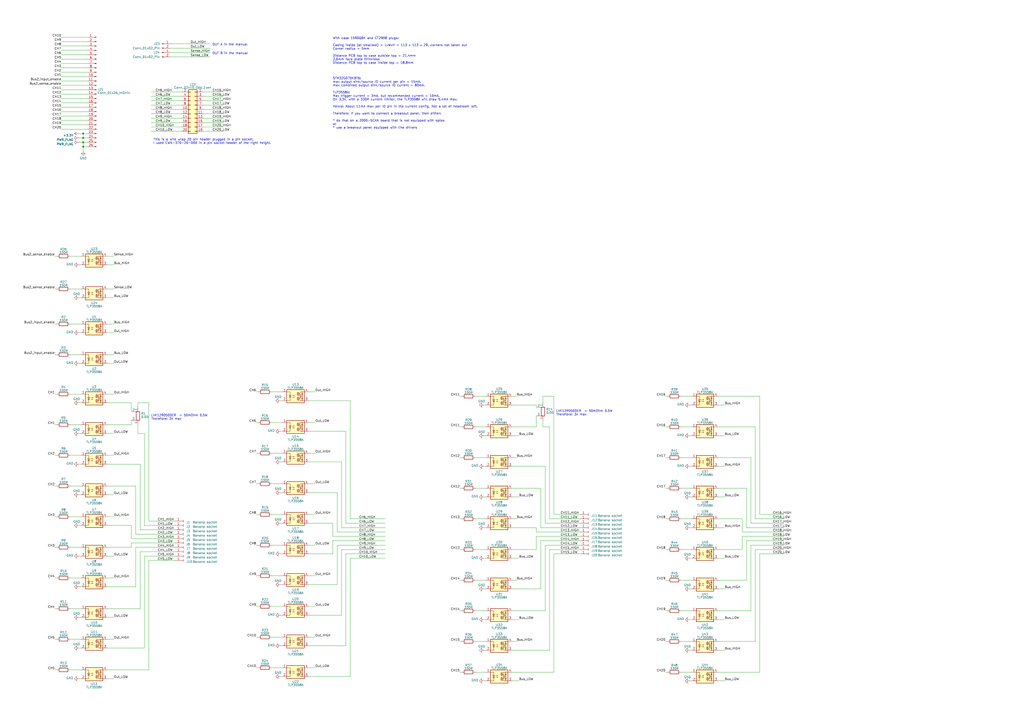
<source format=kicad_sch>
(kicad_sch (version 20230121) (generator eeschema)
  (paper "A2")
  (junction (at 48.26 77.47))
  (junction (at 48.26 85.09))
  (junction (at 48.26 80.01))
  (junction (at 48.26 82.55))
  (wire (pts (xy 81.28 269.24) (xy 81.28 307.34)))
  (wire (pts (xy 83.82 375.92) (xy 62.23 375.92)))
  (wire (pts (xy 267.97 247.65) (xy 266.7 247.65)))
  (wire (pts (xy 101.6 309.88) (xy 78.74 309.88)))
  (wire (pts (xy 281.94 359.41) (xy 280.67 359.41)))
  (wire (pts (xy 50.8 26.67) (xy 35.56 26.67)))
  (wire (pts (xy 99.06 25.4) (xy 121.92 25.4)))
  (wire (pts (xy 193.04 321.31) (xy 179.07 321.31)))
  (wire (pts (xy 46.99 335.28) (xy 40.64 335.28)))
  (wire (pts (xy 78.74 317.5) (xy 78.74 340.36)))
  (wire (pts (xy 50.8 52.07) (xy 35.56 52.07)))
  (wire (pts (xy 281.94 354.33) (xy 275.59 354.33)))
  (wire (pts (xy 45.72 82.55) (xy 48.26 82.55)))
  (wire (pts (xy 99.06 30.48) (xy 121.92 30.48)))
  (wire (pts (xy 438.15 318.77) (xy 438.15 372.11)))
  (wire (pts (xy 46.99 375.92) (xy 45.72 375.92)))
  (wire (pts (xy 198.12 306.07) (xy 223.52 306.07)))
  (wire (pts (xy 420.37 234.95) (xy 416.56 234.95)))
  (wire (pts (xy 50.8 57.15) (xy 35.56 57.15)))
  (wire (pts (xy 420.37 359.41) (xy 416.56 359.41)))
  (wire (pts (xy 101.6 312.42) (xy 76.2 312.42)))
  (wire (pts (xy 163.83 392.43) (xy 162.56 392.43)))
  (wire (pts (xy 401.32 359.41) (xy 400.05 359.41)))
  (wire (pts (xy 440.69 321.31) (xy 440.69 389.89)))
  (wire (pts (xy 62.23 246.38) (xy 76.2 246.38)))
  (wire (pts (xy 50.8 67.31) (xy 35.56 67.31)))
  (wire (pts (xy 48.26 80.01) (xy 50.8 80.01)))
  (wire (pts (xy 66.04 210.82) (xy 62.23 210.82)))
  (wire (pts (xy 46.99 172.72) (xy 45.72 172.72)))
  (wire (pts (xy 195.58 308.61) (xy 223.52 308.61)))
  (wire (pts (xy 33.02 335.28) (xy 31.75 335.28)))
  (wire (pts (xy 267.97 318.77) (xy 266.7 318.77)))
  (wire (pts (xy 193.04 311.15) (xy 193.04 303.53)))
  (wire (pts (xy 50.8 54.61) (xy 35.56 54.61)))
  (wire (pts (xy 149.86 351.79) (xy 148.59 351.79)))
  (wire (pts (xy 87.63 71.12) (xy 105.41 71.12)))
  (wire (pts (xy 76.2 312.42) (xy 76.2 304.8)))
  (wire (pts (xy 401.32 283.21) (xy 394.97 283.21)))
  (wire (pts (xy 401.32 229.87) (xy 394.97 229.87)))
  (wire (pts (xy 118.11 63.5) (xy 129.54 63.5)))
  (wire (pts (xy 46.99 167.64) (xy 40.64 167.64)))
  (wire (pts (xy 297.18 247.65) (xy 311.15 247.65)))
  (wire (pts (xy 316.23 316.23) (xy 316.23 354.33)))
  (wire (pts (xy 33.02 317.5) (xy 31.75 317.5)))
  (wire (pts (xy 281.94 394.97) (xy 280.67 394.97)))
  (wire (pts (xy 179.07 285.75) (xy 195.58 285.75)))
  (wire (pts (xy 87.63 58.42) (xy 105.41 58.42)))
  (wire (pts (xy 66.04 370.84) (xy 62.23 370.84)))
  (wire (pts (xy 163.83 267.97) (xy 162.56 267.97)))
  (wire (pts (xy 420.37 288.29) (xy 416.56 288.29)))
  (wire (pts (xy 203.2 323.85) (xy 203.2 392.43)))
  (wire (pts (xy 149.86 280.67) (xy 148.59 280.67)))
  (wire (pts (xy 50.8 46.99) (xy 35.56 46.99)))
  (wire (pts (xy 387.35 229.87) (xy 386.08 229.87)))
  (wire (pts (xy 76.2 317.5) (xy 76.2 314.96)))
  (wire (pts (xy 387.35 265.43) (xy 386.08 265.43)))
  (wire (pts (xy 101.6 320.04) (xy 81.28 320.04)))
  (wire (pts (xy 149.86 369.57) (xy 148.59 369.57)))
  (wire (pts (xy 66.04 264.16) (xy 62.23 264.16)))
  (wire (pts (xy 50.8 34.29) (xy 35.56 34.29)))
  (wire (pts (xy 401.32 341.63) (xy 400.05 341.63)))
  (wire (pts (xy 430.53 318.77) (xy 416.56 318.77)))
  (wire (pts (xy 318.77 247.65) (xy 314.96 247.65)))
  (wire (pts (xy 118.11 76.2) (xy 129.54 76.2)))
  (wire (pts (xy 118.11 73.66) (xy 129.54 73.66)))
  (wire (pts (xy 193.04 321.31) (xy 193.04 313.69)))
  (wire (pts (xy 281.94 234.95) (xy 280.67 234.95)))
  (wire (pts (xy 149.86 387.35) (xy 148.59 387.35)))
  (wire (pts (xy 182.88 387.35) (xy 179.07 387.35)))
  (wire (pts (xy 50.8 74.93) (xy 35.56 74.93)))
  (wire (pts (xy 81.28 353.06) (xy 62.23 353.06)))
  (wire (pts (xy 149.86 316.23) (xy 148.59 316.23)))
  (wire (pts (xy 435.61 316.23) (xy 454.66 316.23)))
  (wire (pts (xy 118.11 60.96) (xy 129.54 60.96)))
  (wire (pts (xy 430.53 300.99) (xy 416.56 300.99)))
  (wire (pts (xy 321.31 229.87) (xy 314.96 229.87)))
  (wire (pts (xy 66.04 148.59) (xy 62.23 148.59)))
  (wire (pts (xy 163.83 245.11) (xy 157.48 245.11)))
  (wire (pts (xy 387.35 389.89) (xy 386.08 389.89)))
  (wire (pts (xy 311.15 247.65) (xy 311.15 241.3)))
  (wire (pts (xy 438.15 247.65) (xy 416.56 247.65)))
  (wire (pts (xy 420.37 394.97) (xy 416.56 394.97)))
  (wire (pts (xy 99.06 27.94) (xy 121.92 27.94)))
  (wire (pts (xy 193.04 311.15) (xy 223.52 311.15)))
  (wire (pts (xy 66.04 193.04) (xy 62.23 193.04)))
  (wire (pts (xy 163.83 285.75) (xy 162.56 285.75)))
  (wire (pts (xy 440.69 298.45) (xy 454.66 298.45)))
  (wire (pts (xy 50.8 29.21) (xy 35.56 29.21)))
  (wire (pts (xy 83.82 251.46) (xy 83.82 304.8)))
  (wire (pts (xy 313.69 283.21) (xy 297.18 283.21)))
  (wire (pts (xy 118.11 58.42) (xy 129.54 58.42)))
  (wire (pts (xy 50.8 72.39) (xy 35.56 72.39)))
  (wire (pts (xy 203.2 232.41) (xy 179.07 232.41)))
  (wire (pts (xy 66.04 322.58) (xy 62.23 322.58)))
  (wire (pts (xy 163.83 321.31) (xy 162.56 321.31)))
  (wire (pts (xy 193.04 313.69) (xy 223.52 313.69)))
  (wire (pts (xy 182.88 369.57) (xy 179.07 369.57)))
  (wire (pts (xy 203.2 323.85) (xy 223.52 323.85)))
  (wire (pts (xy 420.37 252.73) (xy 416.56 252.73)))
  (wire (pts (xy 149.86 245.11) (xy 148.59 245.11)))
  (wire (pts (xy 46.99 370.84) (xy 40.64 370.84)))
  (wire (pts (xy 149.86 298.45) (xy 148.59 298.45)))
  (wire (pts (xy 281.94 336.55) (xy 275.59 336.55)))
  (wire (pts (xy 163.83 356.87) (xy 162.56 356.87)))
  (wire (pts (xy 46.99 210.82) (xy 45.72 210.82)))
  (wire (pts (xy 401.32 288.29) (xy 400.05 288.29)))
  (wire (pts (xy 163.83 250.19) (xy 162.56 250.19)))
  (wire (pts (xy 420.37 270.51) (xy 416.56 270.51)))
  (wire (pts (xy 430.53 311.15) (xy 454.66 311.15)))
  (wire (pts (xy 50.8 21.59) (xy 35.56 21.59)))
  (wire (pts (xy 81.28 269.24) (xy 62.23 269.24)))
  (wire (pts (xy 87.63 63.5) (xy 105.41 63.5)))
  (wire (pts (xy 313.69 341.63) (xy 297.18 341.63)))
  (wire (pts (xy 401.32 247.65) (xy 394.97 247.65)))
  (wire (pts (xy 281.94 283.21) (xy 275.59 283.21)))
  (wire (pts (xy 387.35 247.65) (xy 386.08 247.65)))
  (wire (pts (xy 267.97 283.21) (xy 266.7 283.21)))
  (wire (pts (xy 336.55 321.31) (xy 321.31 321.31)))
  (wire (pts (xy 149.86 227.33) (xy 148.59 227.33)))
  (wire (pts (xy 435.61 303.53) (xy 454.66 303.53)))
  (wire (pts (xy 86.36 233.68) (xy 80.01 233.68)))
  (wire (pts (xy 314.96 229.87) (xy 314.96 233.68)))
  (wire (pts (xy 281.94 270.51) (xy 280.67 270.51)))
  (wire (pts (xy 401.32 323.85) (xy 400.05 323.85)))
  (wire (pts (xy 182.88 227.33) (xy 179.07 227.33)))
  (wire (pts (xy 420.37 377.19) (xy 416.56 377.19)))
  (wire (pts (xy 440.69 229.87) (xy 440.69 298.45)))
  (wire (pts (xy 198.12 356.87) (xy 179.07 356.87)))
  (wire (pts (xy 336.55 306.07) (xy 313.69 306.07)))
  (wire (pts (xy 101.6 322.58) (xy 83.82 322.58)))
  (wire (pts (xy 438.15 372.11) (xy 416.56 372.11)))
  (wire (pts (xy 66.04 167.64) (xy 62.23 167.64)))
  (wire (pts (xy 311.15 306.07) (xy 297.18 306.07)))
  (wire (pts (xy 316.23 270.51) (xy 297.18 270.51)))
  (wire (pts (xy 440.69 229.87) (xy 416.56 229.87)))
  (wire (pts (xy 46.99 148.59) (xy 40.64 148.59)))
  (wire (pts (xy 433.07 313.69) (xy 433.07 336.55)))
  (wire (pts (xy 33.02 205.74) (xy 31.75 205.74)))
  (wire (pts (xy 182.88 245.11) (xy 179.07 245.11)))
  (wire (pts (xy 149.86 334.01) (xy 148.59 334.01)))
  (wire (pts (xy 45.72 77.47) (xy 48.26 77.47)))
  (wire (pts (xy 76.2 304.8) (xy 62.23 304.8)))
  (wire (pts (xy 163.83 351.79) (xy 157.48 351.79)))
  (wire (pts (xy 193.04 303.53) (xy 179.07 303.53)))
  (wire (pts (xy 281.94 377.19) (xy 280.67 377.19)))
  (wire (pts (xy 267.97 300.99) (xy 266.7 300.99)))
  (wire (pts (xy 118.11 71.12) (xy 129.54 71.12)))
  (wire (pts (xy 46.99 299.72) (xy 40.64 299.72)))
  (wire (pts (xy 46.99 246.38) (xy 40.64 246.38)))
  (wire (pts (xy 316.23 354.33) (xy 297.18 354.33)))
  (wire (pts (xy 50.8 36.83) (xy 35.56 36.83)))
  (wire (pts (xy 33.02 264.16) (xy 31.75 264.16)))
  (wire (pts (xy 401.32 372.11) (xy 394.97 372.11)))
  (wire (pts (xy 46.99 358.14) (xy 45.72 358.14)))
  (wire (pts (xy 281.94 389.89) (xy 275.59 389.89)))
  (wire (pts (xy 401.32 234.95) (xy 400.05 234.95)))
  (wire (pts (xy 401.32 394.97) (xy 400.05 394.97)))
  (wire (pts (xy 118.11 66.04) (xy 129.54 66.04)))
  (wire (pts (xy 438.15 300.99) (xy 454.66 300.99)))
  (wire (pts (xy 267.97 389.89) (xy 266.7 389.89)))
  (wire (pts (xy 48.26 85.09) (xy 48.26 87.63)))
  (wire (pts (xy 433.07 313.69) (xy 454.66 313.69)))
  (wire (pts (xy 198.12 318.77) (xy 198.12 356.87)))
  (wire (pts (xy 66.04 228.6) (xy 62.23 228.6)))
  (wire (pts (xy 281.94 300.99) (xy 275.59 300.99)))
  (wire (pts (xy 87.63 73.66) (xy 105.41 73.66)))
  (wire (pts (xy 66.04 335.28) (xy 62.23 335.28)))
  (wire (pts (xy 46.99 193.04) (xy 45.72 193.04)))
  (wire (pts (xy 66.04 358.14) (xy 62.23 358.14)))
  (wire (pts (xy 321.31 321.31) (xy 321.31 389.89)))
  (wire (pts (xy 387.35 300.99) (xy 386.08 300.99)))
  (wire (pts (xy 401.32 336.55) (xy 394.97 336.55)))
  (wire (pts (xy 316.23 270.51) (xy 316.23 303.53)))
  (wire (pts (xy 321.31 229.87) (xy 321.31 298.45)))
  (wire (pts (xy 336.55 308.61) (xy 311.15 308.61)))
  (wire (pts (xy 182.88 316.23) (xy 179.07 316.23)))
  (wire (pts (xy 401.32 270.51) (xy 400.05 270.51)))
  (wire (pts (xy 198.12 318.77) (xy 223.52 318.77)))
  (wire (pts (xy 62.23 205.74) (xy 66.04 205.74)))
  (wire (pts (xy 435.61 354.33) (xy 416.56 354.33)))
  (wire (pts (xy 66.04 393.7) (xy 62.23 393.7)))
  (wire (pts (xy 281.94 288.29) (xy 280.67 288.29)))
  (wire (pts (xy 318.77 377.19) (xy 297.18 377.19)))
  (wire (pts (xy 46.99 287.02) (xy 45.72 287.02)))
  (wire (pts (xy 311.15 236.22) (xy 311.15 234.95)))
  (wire (pts (xy 336.55 298.45) (xy 321.31 298.45)))
  (wire (pts (xy 300.99 359.41) (xy 297.18 359.41)))
  (wire (pts (xy 299.72 300.99) (xy 297.18 300.99)))
  (wire (pts (xy 33.02 187.96) (xy 31.75 187.96)))
  (wire (pts (xy 101.6 314.96) (xy 76.2 314.96)))
  (wire (pts (xy 387.35 283.21) (xy 386.08 283.21)))
  (wire (pts (xy 66.04 287.02) (xy 62.23 287.02)))
  (wire (pts (xy 87.63 60.96) (xy 105.41 60.96)))
  (wire (pts (xy 182.88 351.79) (xy 179.07 351.79)))
  (wire (pts (xy 101.6 302.26) (xy 86.36 302.26)))
  (wire (pts (xy 387.35 318.77) (xy 386.08 318.77)))
  (wire (pts (xy 299.72 265.43) (xy 297.18 265.43)))
  (wire (pts (xy 46.99 153.67) (xy 45.72 153.67)))
  (wire (pts (xy 281.94 323.85) (xy 280.67 323.85)))
  (wire (pts (xy 336.55 300.99) (xy 318.77 300.99)))
  (wire (pts (xy 87.63 55.88) (xy 105.41 55.88)))
  (wire (pts (xy 163.83 298.45) (xy 157.48 298.45)))
  (wire (pts (xy 46.99 317.5) (xy 40.64 317.5)))
  (wire (pts (xy 336.55 316.23) (xy 316.23 316.23)))
  (wire (pts (xy 62.23 233.68) (xy 76.2 233.68)))
  (wire (pts (xy 46.99 353.06) (xy 40.64 353.06)))
  (wire (pts (xy 118.11 55.88) (xy 129.54 55.88)))
  (wire (pts (xy 163.83 303.53) (xy 162.56 303.53)))
  (wire (pts (xy 80.01 233.68) (xy 80.01 236.22)))
  (wire (pts (xy 435.61 265.43) (xy 435.61 303.53)))
  (wire (pts (xy 416.56 283.21) (xy 433.07 283.21)))
  (wire (pts (xy 46.99 233.68) (xy 45.72 233.68)))
  (wire (pts (xy 200.66 321.31) (xy 200.66 374.65)))
  (wire (pts (xy 46.99 393.7) (xy 45.72 393.7)))
  (wire (pts (xy 76.2 317.5) (xy 62.23 317.5)))
  (wire (pts (xy 48.26 77.47) (xy 48.26 80.01)))
  (wire (pts (xy 336.55 311.15) (xy 311.15 311.15)))
  (wire (pts (xy 318.77 247.65) (xy 318.77 300.99)))
  (wire (pts (xy 433.07 306.07) (xy 454.66 306.07)))
  (wire (pts (xy 318.77 318.77) (xy 318.77 377.19)))
  (wire (pts (xy 430.53 308.61) (xy 454.66 308.61)))
  (wire (pts (xy 163.83 369.57) (xy 157.48 369.57)))
  (wire (pts (xy 281.94 229.87) (xy 275.59 229.87)))
  (wire (pts (xy 87.63 53.34) (xy 105.41 53.34)))
  (wire (pts (xy 200.66 321.31) (xy 223.52 321.31)))
  (wire (pts (xy 440.69 321.31) (xy 454.66 321.31)))
  (wire (pts (xy 46.99 205.74) (xy 40.64 205.74)))
  (wire (pts (xy 336.55 303.53) (xy 316.23 303.53)))
  (wire (pts (xy 46.99 251.46) (xy 45.72 251.46)))
  (wire (pts (xy 163.83 280.67) (xy 157.48 280.67)))
  (wire (pts (xy 203.2 300.99) (xy 223.52 300.99)))
  (wire (pts (xy 387.35 354.33) (xy 386.08 354.33)))
  (wire (pts (xy 46.99 304.8) (xy 45.72 304.8)))
  (wire (pts (xy 300.99 288.29) (xy 297.18 288.29)))
  (wire (pts (xy 203.2 392.43) (xy 179.07 392.43)))
  (wire (pts (xy 101.6 304.8) (xy 83.82 304.8)))
  (wire (pts (xy 33.02 353.06) (xy 31.75 353.06)))
  (wire (pts (xy 281.94 247.65) (xy 275.59 247.65)))
  (wire (pts (xy 50.8 49.53) (xy 35.56 49.53)))
  (wire (pts (xy 281.94 318.77) (xy 275.59 318.77)))
  (wire (pts (xy 62.23 153.67) (xy 66.04 153.67)))
  (wire (pts (xy 86.36 388.62) (xy 62.23 388.62)))
  (wire (pts (xy 311.15 318.77) (xy 311.15 311.15)))
  (wire (pts (xy 195.58 316.23) (xy 223.52 316.23)))
  (wire (pts (xy 163.83 374.65) (xy 162.56 374.65)))
  (wire (pts (xy 50.8 41.91) (xy 35.56 41.91)))
  (wire (pts (xy 33.02 281.94) (xy 31.75 281.94)))
  (wire (pts (xy 313.69 313.69) (xy 313.69 341.63)))
  (wire (pts (xy 321.31 389.89) (xy 297.18 389.89)))
  (wire (pts (xy 300.99 323.85) (xy 297.18 323.85)))
  (wire (pts (xy 420.37 306.07) (xy 416.56 306.07)))
  (wire (pts (xy 401.32 306.07) (xy 400.05 306.07)))
  (wire (pts (xy 50.8 24.13) (xy 35.56 24.13)))
  (wire (pts (xy 50.8 64.77) (xy 35.56 64.77)))
  (wire (pts (xy 48.26 82.55) (xy 50.8 82.55)))
  (wire (pts (xy 46.99 340.36) (xy 45.72 340.36)))
  (wire (pts (xy 46.99 322.58) (xy 45.72 322.58)))
  (wire (pts (xy 401.32 377.19) (xy 400.05 377.19)))
  (wire (pts (xy 46.99 269.24) (xy 45.72 269.24)))
  (wire (pts (xy 387.35 336.55) (xy 386.08 336.55)))
  (wire (pts (xy 86.36 325.12) (xy 86.36 388.62)))
  (wire (pts (xy 46.99 187.96) (xy 40.64 187.96)))
  (wire (pts (xy 281.94 306.07) (xy 280.67 306.07)))
  (wire (pts (xy 311.15 234.95) (xy 297.18 234.95)))
  (wire (pts (xy 48.26 85.09) (xy 50.8 85.09)))
  (wire (pts (xy 163.83 334.01) (xy 157.48 334.01)))
  (wire (pts (xy 62.23 187.96) (xy 66.04 187.96)))
  (wire (pts (xy 101.6 307.34) (xy 81.28 307.34)))
  (wire (pts (xy 200.66 374.65) (xy 179.07 374.65)))
  (wire (pts (xy 281.94 265.43) (xy 275.59 265.43)))
  (wire (pts (xy 300.99 394.97) (xy 297.18 394.97)))
  (wire (pts (xy 66.04 299.72) (xy 62.23 299.72)))
  (wire (pts (xy 195.58 339.09) (xy 179.07 339.09)))
  (wire (pts (xy 33.02 388.62) (xy 31.75 388.62)))
  (wire (pts (xy 50.8 31.75) (xy 35.56 31.75)))
  (wire (pts (xy 438.15 247.65) (xy 438.15 300.99)))
  (wire (pts (xy 267.97 229.87) (xy 266.7 229.87)))
  (wire (pts (xy 149.86 262.89) (xy 148.59 262.89)))
  (wire (pts (xy 99.06 33.02) (xy 121.92 33.02)))
  (wire (pts (xy 200.66 303.53) (xy 223.52 303.53)))
  (wire (pts (xy 45.72 80.01) (xy 48.26 80.01)))
  (wire (pts (xy 163.83 339.09) (xy 162.56 339.09)))
  (wire (pts (xy 50.8 44.45) (xy 35.56 44.45)))
  (wire (pts (xy 33.02 370.84) (xy 31.75 370.84)))
  (wire (pts (xy 33.02 246.38) (xy 31.75 246.38)))
  (wire (pts (xy 163.83 262.89) (xy 157.48 262.89)))
  (wire (pts (xy 118.11 53.34) (xy 129.54 53.34)))
  (wire (pts (xy 66.04 251.46) (xy 62.23 251.46)))
  (wire (pts (xy 83.82 322.58) (xy 83.82 375.92)))
  (wire (pts (xy 46.99 228.6) (xy 40.64 228.6)))
  (wire (pts (xy 33.02 228.6) (xy 31.75 228.6)))
  (wire (pts (xy 267.97 265.43) (xy 266.7 265.43)))
  (wire (pts (xy 281.94 252.73) (xy 280.67 252.73)))
  (wire (pts (xy 267.97 354.33) (xy 266.7 354.33)))
  (wire (pts (xy 76.2 246.38) (xy 76.2 243.84)))
  (wire (pts (xy 81.28 320.04) (xy 81.28 353.06)))
  (wire (pts (xy 300.99 252.73) (xy 297.18 252.73)))
  (wire (pts (xy 195.58 316.23) (xy 195.58 339.09)))
  (wire (pts (xy 50.8 77.47) (xy 48.26 77.47)))
  (wire (pts (xy 33.02 299.72) (xy 31.75 299.72)))
  (wire (pts (xy 433.07 336.55) (xy 416.56 336.55)))
  (wire (pts (xy 438.15 318.77) (xy 454.66 318.77)))
  (wire (pts (xy 401.32 354.33) (xy 394.97 354.33)))
  (wire (pts (xy 33.02 167.64) (xy 31.75 167.64)))
  (wire (pts (xy 281.94 341.63) (xy 280.67 341.63)))
  (wire (pts (xy 281.94 372.11) (xy 275.59 372.11)))
  (wire (pts (xy 200.66 250.19) (xy 200.66 303.53)))
  (wire (pts (xy 80.01 246.38) (xy 80.01 251.46)))
  (wire (pts (xy 401.32 300.99) (xy 394.97 300.99)))
  (wire (pts (xy 48.26 82.55) (xy 48.26 85.09)))
  (wire (pts (xy 299.72 372.11) (xy 297.18 372.11)))
  (wire (pts (xy 163.83 227.33) (xy 157.48 227.33)))
  (wire (pts (xy 182.88 280.67) (xy 179.07 280.67)))
  (wire (pts (xy 78.74 340.36) (xy 62.23 340.36)))
  (wire (pts (xy 195.58 285.75) (xy 195.58 308.61)))
  (wire (pts (xy 46.99 264.16) (xy 40.64 264.16)))
  (wire (pts (xy 311.15 308.61) (xy 311.15 306.07)))
  (wire (pts (xy 46.99 388.62) (xy 40.64 388.62)))
  (wire (pts (xy 50.8 69.85) (xy 35.56 69.85)))
  (wire (pts (xy 182.88 334.01) (xy 179.07 334.01)))
  (wire (pts (xy 420.37 341.63) (xy 416.56 341.63)))
  (wire (pts (xy 33.02 148.59) (xy 31.75 148.59)))
  (wire (pts (xy 314.96 243.84) (xy 314.96 247.65)))
  (wire (pts (xy 163.83 316.23) (xy 157.48 316.23)))
  (wire (pts (xy 387.35 372.11) (xy 386.08 372.11)))
  (wire (pts (xy 182.88 262.89) (xy 179.07 262.89)))
  (wire (pts (xy 78.74 281.94) (xy 62.23 281.94)))
  (wire (pts (xy 267.97 372.11) (xy 266.7 372.11)))
  (wire (pts (xy 101.6 325.12) (xy 86.36 325.12)))
  (wire (pts (xy 313.69 283.21) (xy 313.69 306.07)))
  (wire (pts (xy 433.07 283.21) (xy 433.07 306.07)))
  (wire (pts (xy 430.53 308.61) (xy 430.53 300.99)))
  (wire (pts (xy 200.66 250.19) (xy 179.07 250.19)))
  (wire (pts (xy 435.61 316.23) (xy 435.61 354.33)))
  (wire (pts (xy 182.88 298.45) (xy 179.07 298.45)))
  (wire (pts (xy 86.36 233.68) (xy 86.36 302.26)))
  (wire (pts (xy 299.72 229.87) (xy 297.18 229.87)))
  (wire (pts (xy 83.82 251.46) (xy 80.01 251.46)))
  (wire (pts (xy 401.32 389.89) (xy 394.97 389.89)))
  (wire (pts (xy 203.2 232.41) (xy 203.2 300.99)))
  (wire (pts (xy 401.32 252.73) (xy 400.05 252.73)))
  (wire (pts (xy 101.6 317.5) (xy 78.74 317.5)))
  (wire (pts (xy 311.15 318.77) (xy 297.18 318.77)))
  (wire (pts (xy 198.12 267.97) (xy 198.12 306.07)))
  (wire (pts (xy 87.63 66.04) (xy 105.41 66.04)))
  (wire (pts (xy 50.8 62.23) (xy 35.56 62.23)))
  (wire (pts (xy 440.69 389.89) (xy 416.56 389.89)))
  (wire (pts (xy 46.99 281.94) (xy 40.64 281.94)))
  (wire (pts (xy 62.23 172.72) (xy 66.04 172.72)))
  (wire (pts (xy 299.72 336.55) (xy 297.18 336.55)))
  (wire (pts (xy 401.32 318.77) (xy 394.97 318.77)))
  (wire (pts (xy 336.55 318.77) (xy 318.77 318.77)))
  (wire (pts (xy 163.83 387.35) (xy 157.48 387.35)))
  (wire (pts (xy 336.55 313.69) (xy 313.69 313.69)))
  (wire (pts (xy 179.07 267.97) (xy 198.12 267.97)))
  (wire (pts (xy 401.32 265.43) (xy 394.97 265.43)))
  (wire (pts (xy 430.53 318.77) (xy 430.53 311.15)))
  (wire (pts (xy 416.56 265.43) (xy 435.61 265.43)))
  (wire (pts (xy 78.74 281.94) (xy 78.74 309.88)))
  (wire (pts (xy 163.83 232.41) (xy 162.56 232.41)))
  (wire (pts (xy 87.63 76.2) (xy 105.41 76.2)))
  (wire (pts (xy 76.2 233.68) (xy 76.2 238.76)))
  (wire (pts (xy 50.8 59.69) (xy 35.56 59.69)))
  (wire (pts (xy 267.97 336.55) (xy 266.7 336.55)))
  (wire (pts (xy 118.11 68.58) (xy 129.54 68.58)))
  (wire (pts (xy 50.8 39.37) (xy 35.56 39.37)))
  (wire (pts (xy 87.63 68.58) (xy 105.41 68.58)))
  (wire (pts (xy 420.37 323.85) (xy 416.56 323.85)))
  (text "LVK12R050DER  = 50mOhm 0.5W\nTherefore: 3A max" (at 322.58 241.3 0) (effects (font (size 1.27 1.27)) (justify left bottom)))
  (text "OUT B in the manual" (at 123.19 31.75 0) (effects (font (size 1.27 1.27)) (justify left bottom)))
  (text "STM32G070KBT6: \nmax output sink/source IO current per pin = 15mA.\nmax combined output sink/source IO current = 80mA.\n\nTLP3558A: \nMax trigger current = 3mA, but recommended current = 10mA.\nOn 3.3V, with a 330R current limiter, the TLP3558A will draw 5.4mA max.\n\nHence: About 11mA max per IO pin in the current config. Not a lot of headroom left.\n\nTherefore: If you want to connect a breakout panel, then either:\n\n* do that on a 2000-SCAN board that is not equipped with optos\nor\n* use a breakout panel equipped with line drivers" (at 193.04 74.93 0) (effects (font (size 1.27 1.27)) (justify left bottom)))
  (text "LVK12R050DER  = 50mOhm 0.5W\nTherefore: 3A max" (at 87.63 243.84 0) (effects (font (size 1.27 1.27)) (justify left bottom)))
  (text "OUT A in the manual" (at 123.19 26.67 0) (effects (font (size 1.27 1.27)) (justify left bottom)))
  (text "With case 1590QBK and CT2908 plugs:\n\nCasing inside (at smallest) = LxWxH = 113 x 113 x 29, corners not taken out\nCorner radius = 5mm \n\nDistance PCB top to case outside top = 21.4mm\n2.6mm face plate thinkness\nDistance PCB top to case inside top = 18.8mm\n\n" (at 193.04 39.37 0) (effects (font (size 1.27 1.27)) (justify left bottom)))
  (text "This is a wire wrap 20 pin header plugged in a pin socket.\nI used CWN-370-20-000 in a pin socket header of the right height." (at 88.9 83.82 0) (effects (font (size 1.27 1.27)) (justify left bottom)))
  (label "CH10" (at 148.59 387.35 180))
  (label "Bus_LOW" (at 420.37 323.85 0))
  (label "CH8" (at 35.56 26.67 180))
  (label "CH19" (at 386.08 336.55 180))
  (label "CH3" (at 35.56 39.37 180))
  (label "Bus2_sense_enable" (at 31.75 167.64 180))
  (label "CH16_LOW" (at 448.31 300.99 0))
  (label "CH18_LOW" (at 123.19 66.04 0))
  (label "CH20" (at 35.56 74.93 180))
  (label "CH12_HIGH" (at 325.12 303.53 0))
  (label "CH12" (at 266.7 265.43 180))
  (label "CH6" (at 35.56 31.75 180))
  (label "CH7_HIGH" (at 208.28 306.07 0))
  (label "CH16" (at 386.08 229.87 180))
  (label "Out_LOW" (at 182.88 351.79 0))
  (label "CH17" (at 386.08 265.43 180))
  (label "Out_LOW" (at 110.49 27.94 0))
  (label "CH19" (at 386.08 354.33 180))
  (label "Bus_LOW" (at 300.99 288.29 0))
  (label "CH15_HIGH" (at 325.12 318.77 0))
  (label "CH15" (at 35.56 62.23 180))
  (label "Out_LOW" (at 182.88 245.11 0))
  (label "Out_LOW" (at 66.04 322.58 0))
  (label "CH7_LOW" (at 208.28 308.61 0))
  (label "CH19_LOW" (at 123.19 71.12 0))
  (label "Bus_HIGH" (at 66.04 187.96 0))
  (label "Out_HIGH" (at 66.04 228.6 0))
  (label "CH15_LOW" (at 325.12 321.31 0))
  (label "Out_HIGH" (at 110.49 25.4 0))
  (label "Out_LOW" (at 66.04 287.02 0))
  (label "Out_HIGH" (at 66.04 264.16 0))
  (label "CH9_LOW" (at 90.17 71.12 0))
  (label "CH12" (at 266.7 283.21 180))
  (label "CH11" (at 266.7 229.87 180))
  (label "Out_LOW" (at 182.88 316.23 0))
  (label "CH14_LOW" (at 325.12 316.23 0))
  (label "CH17_LOW" (at 123.19 60.96 0))
  (label "CH18_HIGH" (at 448.31 308.61 0))
  (label "CH18" (at 35.56 69.85 180))
  (label "Bus2_sense_enable" (at 35.56 49.53 180))
  (label "CH3" (at 31.75 299.72 180))
  (label "CH9_HIGH" (at 90.17 68.58 0))
  (label "CH6" (at 148.59 245.11 180))
  (label "Bus_HIGH" (at 420.37 377.19 0))
  (label "CH2_LOW" (at 91.44 309.88 0))
  (label "CH6_HIGH" (at 90.17 53.34 0))
  (label "Out_LOW" (at 182.88 280.67 0))
  (label "CH15" (at 266.7 389.89 180))
  (label "CH7" (at 148.59 280.67 180))
  (label "Bus_LOW" (at 300.99 394.97 0))
  (label "CH3_HIGH" (at 91.44 312.42 0))
  (label "CH5" (at 35.56 34.29 180))
  (label "Out_LOW" (at 66.04 393.7 0))
  (label "Bus_LOW" (at 420.37 288.29 0))
  (label "CH17_LOW" (at 448.31 306.07 0))
  (label "Bus_HIGH" (at 420.37 234.95 0))
  (label "CH9" (at 148.59 351.79 180))
  (label "Bus_LOW" (at 300.99 252.73 0))
  (label "CH17" (at 35.56 67.31 180))
  (label "CH2" (at 31.75 281.94 180))
  (label "CH12_LOW" (at 325.12 306.07 0))
  (label "CH6_HIGH" (at 208.28 300.99 0))
  (label "CH3" (at 31.75 317.5 180))
  (label "CH20_LOW" (at 448.31 321.31 0))
  (label "Bus2_input_enable" (at 35.56 46.99 180))
  (label "Out_HIGH" (at 66.04 193.04 0))
  (label "CH16_LOW" (at 123.19 55.88 0))
  (label "CH6" (at 148.59 227.33 180))
  (label "CH10" (at 35.56 21.59 180))
  (label "CH6_LOW" (at 208.28 303.53 0))
  (label "CH8_HIGH" (at 90.17 63.5 0))
  (label "Out_HIGH" (at 182.88 227.33 0))
  (label "Bus_HIGH" (at 420.37 306.07 0))
  (label "Bus_HIGH" (at 299.72 265.43 0))
  (label "Out_HIGH" (at 182.88 298.45 0))
  (label "CH10_LOW" (at 90.17 76.2 0))
  (label "CH18_HIGH" (at 123.19 63.5 0))
  (label "CH14" (at 266.7 354.33 180))
  (label "CH20_LOW" (at 123.19 76.2 0))
  (label "Out_LOW" (at 66.04 210.82 0))
  (label "CH10_LOW" (at 208.28 323.85 0))
  (label "Bus_HIGH" (at 420.37 270.51 0))
  (label "CH18" (at 386.08 318.77 180))
  (label "CH4" (at 31.75 335.28 180))
  (label "Sense_HIGH" (at 110.49 30.48 0))
  (label "CH19_HIGH" (at 448.31 313.69 0))
  (label "Sense_LOW" (at 110.49 33.02 0))
  (label "CH8" (at 148.59 316.23 180))
  (label "Bus_HIGH" (at 299.72 300.99 0))
  (label "Bus_LOW" (at 300.99 359.41 0))
  (label "Out_HIGH" (at 66.04 335.28 0))
  (label "Out_LOW" (at 66.04 251.46 0))
  (label "CH13_HIGH" (at 325.12 308.61 0))
  (label "Out_HIGH" (at 66.04 299.72 0))
  (label "CH17_HIGH" (at 123.19 58.42 0))
  (label "Out_HIGH" (at 182.88 262.89 0))
  (label "CH9_HIGH" (at 208.28 316.23 0))
  (label "CH9_LOW" (at 208.28 318.77 0))
  (label "CH4_HIGH" (at 91.44 317.5 0))
  (label "CH20" (at 386.08 389.89 180))
  (label "CH13" (at 35.56 57.15 180))
  (label "CH5_LOW" (at 91.44 325.12 0))
  (label "Bus_LOW" (at 66.04 205.74 0))
  (label "CH5_HIGH" (at 91.44 322.58 0))
  (label "CH19_HIGH" (at 123.19 68.58 0))
  (label "Out_HIGH" (at 182.88 334.01 0))
  (label "CH11_LOW" (at 325.12 300.99 0))
  (label "CH5" (at 31.75 388.62 180))
  (label "CH16" (at 386.08 247.65 180))
  (label "CH2_HIGH" (at 91.44 307.34 0))
  (label "CH7" (at 35.56 29.21 180))
  (label "CH10_HIGH" (at 208.28 321.31 0))
  (label "CH1_HIGH" (at 91.44 302.26 0))
  (label "CH2" (at 31.75 264.16 180))
  (label "CH13_LOW" (at 325.12 311.15 0))
  (label "Bus2_sense_enable" (at 31.75 148.59 180))
  (label "CH20_HIGH" (at 448.31 318.77 0))
  (label "CH14" (at 266.7 336.55 180))
  (label "CH4" (at 35.56 36.83 180))
  (label "CH18_LOW" (at 448.31 311.15 0))
  (label "CH14_HIGH" (at 325.12 313.69 0))
  (label "Bus_LOW" (at 420.37 252.73 0))
  (label "CH19_LOW" (at 448.31 316.23 0))
  (label "CH13" (at 266.7 300.99 180))
  (label "Out_HIGH" (at 182.88 369.57 0))
  (label "Bus_HIGH" (at 299.72 229.87 0))
  (label "CH3_LOW" (at 91.44 314.96 0))
  (label "CH1" (at 35.56 44.45 180))
  (label "CH4_LOW" (at 91.44 320.04 0))
  (label "CH2" (at 35.56 41.91 180))
  (label "CH13" (at 266.7 318.77 180))
  (label "CH9" (at 35.56 24.13 180))
  (label "CH7" (at 148.59 262.89 180))
  (label "CH4" (at 31.75 353.06 180))
  (label "Out_HIGH" (at 66.04 370.84 0))
  (label "Bus2_input_enable" (at 31.75 187.96 180))
  (label "CH8" (at 148.59 298.45 180))
  (label "CH15" (at 266.7 372.11 180))
  (label "CH12" (at 35.56 54.61 180))
  (label "CH11" (at 35.56 52.07 180))
  (label "CH10" (at 148.59 369.57 180))
  (label "CH5" (at 31.75 370.84 180))
  (label "CH11_HIGH" (at 325.12 298.45 0))
  (label "CH16_HIGH" (at 123.19 53.34 0))
  (label "Bus_HIGH" (at 420.37 341.63 0))
  (label "CH19" (at 35.56 72.39 180))
  (label "CH20" (at 386.08 372.11 180))
  (label "CH10_HIGH" (at 90.17 73.66 0))
  (label "CH7_HIGH" (at 90.17 58.42 0))
  (label "Bus_LOW" (at 420.37 359.41 0))
  (label "Sense_LOW" (at 66.04 167.64 0))
  (label "CH16_HIGH" (at 448.31 298.45 0))
  (label "Bus_HIGH" (at 299.72 372.11 0))
  (label "CH17" (at 386.08 283.21 180))
  (label "Bus_HIGH" (at 299.72 336.55 0))
  (label "CH1" (at 31.75 246.38 180))
  (label "CH9" (at 148.59 334.01 180))
  (label "Bus_LOW" (at 300.99 323.85 0))
  (label "CH8_HIGH" (at 208.28 311.15 0))
  (label "CH8_LOW" (at 208.28 313.69 0))
  (label "Out_LOW" (at 66.04 358.14 0))
  (label "CH11" (at 266.7 247.65 180))
  (label "Bus_LOW" (at 420.37 394.97 0))
  (label "Bus2_input_enable" (at 31.75 205.74 180))
  (label "CH14" (at 35.56 59.69 180))
  (label "CH16" (at 35.56 64.77 180))
  (label "CH6_LOW" (at 90.17 55.88 0))
  (label "CH8_LOW" (at 90.17 66.04 0))
  (label "CH7_LOW" (at 90.17 60.96 0))
  (label "CH1_LOW" (at 91.44 304.8 0))
  (label "Out_LOW" (at 182.88 387.35 0))
  (label "CH18" (at 386.08 300.99 180))
  (label "CH17_HIGH" (at 448.31 303.53 0))
  (label "CH20_HIGH" (at 123.19 73.66 0))
  (label "Bus_HIGH" (at 66.04 153.67 0))
  (label "Bus_LOW" (at 66.04 172.72 0))
  (label "CH1" (at 31.75 228.6 180))
  (label "Sense_HIGH" (at 66.04 148.59 0))
  (symbol (lib_id "Relay_SolidState:TLP222A") (at 408.94 267.97 0) (unit 1)
    (property "Reference" "U37" (at 408.94 273.5025 0))
    (property "Value" "TLP3558A" (at 408.94 275.4235 0))
    (property "Footprint" "Package_DIP:DIP-4_W7.62mm" (effects hide))
    (property "Datasheet" "https://toshiba.semicon-storage.com/info/docget.jsp?did=17036&prodName=TLP222A" (effects hide))
    (property "MFN" "Toshiba" (effects hide))
    (property "PN" "TLP3558A(F" (effects hide))
  )
  (symbol (lib_id "power:GND") (at 45.72 172.72 270) (unit 1)
    (property "Reference" "#PWR028" (effects hide))
    (property "Value" "GND" (at 44.45 170.4881 90))
  )
  (symbol (lib_id "Relay_SolidState:TLP222A") (at 54.61 391.16 0) (unit 1)
    (property "Reference" "U12" (at 54.61 396.6925 0))
    (property "Value" "TLP3558A" (at 54.61 398.6135 0))
    (property "Footprint" "Package_DIP:DIP-4_W7.62mm" (effects hide))
    (property "Datasheet" "https://toshiba.semicon-storage.com/info/docget.jsp?did=17036&prodName=TLP222A" (effects hide))
    (property "MFN" "Toshiba" (effects hide))
    (property "PN" "TLP3558A(F" (effects hide))
  )
  (symbol (lib_id "Relay_SolidState:TLP222A") (at 408.94 232.41 0) (unit 1)
    (property "Reference" "U35" (at 408.94 225.5901 0))
    (property "Value" "TLP3558A" (at 408.94 227.5111 0))
    (property "Footprint" "Package_DIP:DIP-4_W7.62mm" (effects hide))
    (property "Datasheet" "https://toshiba.semicon-storage.com/info/docget.jsp?did=17036&prodName=TLP222A" (effects hide))
    (property "MFN" "Toshiba" (effects hide))
    (property "PN" "TLP3558A(F" (effects hide))
  )
  (symbol (lib_id "Relay_SolidState:TLP222A") (at 408.94 250.19 0) (unit 1)
    (property "Reference" "U36" (at 408.94 243.3701 0))
    (property "Value" "TLP3558A" (at 408.94 245.2911 0))
    (property "Footprint" "Package_DIP:DIP-4_W7.62mm" (effects hide))
    (property "Datasheet" "https://toshiba.semicon-storage.com/info/docget.jsp?did=17036&prodName=TLP222A" (effects hide))
    (property "MFN" "Toshiba" (effects hide))
    (property "PN" "TLP3558A(F" (effects hide))
  )
  (symbol (lib_id "Device:R") (at 391.16 265.43 270) (unit 1)
    (property "Reference" "R41" (at 391.16 261.4041 90))
    (property "Value" "330R" (at 391.16 263.3251 90))
    (property "Footprint" "Resistor_SMD:R_0603_1608Metric" (effects hide))
    (property "MFN" "Vishay" (effects hide))
    (property "PN" "CRCW0603330RJNEB" (effects hide))
  )
  (symbol (lib_id "power:+3.3V") (at 45.72 77.47 90) (unit 1)
    (property "Reference" "#PWR03" (effects hide))
    (property "Value" "+3.3V" (at 42.545 77.7868 90) (effects (justify left bottom)))
  )
  (symbol (lib_id "Device:R") (at 391.16 389.89 270) (unit 1)
    (property "Reference" "R48" (at 391.16 385.8641 90))
    (property "Value" "330R" (at 391.16 387.7851 90))
    (property "Footprint" "Resistor_SMD:R_0603_1608Metric" (effects hide))
    (property "MFN" "Vishay" (effects hide))
    (property "PN" "CRCW0603330RJNEB" (effects hide))
  )
  (symbol (lib_id "Connector:Conn_01x01_Socket") (at 341.63 306.07 0) (mirror x) (unit 1)
    (property "Reference" "J14" (at 342.9 306.07 0) (effects (justify left bottom)))
    (property "Value" "Banana socket" (at 346.71 306.07 0) (effects (justify left bottom)))
    (property "Footprint" "project_specific_libs:CT2908-0" (effects hide))
  )
  (symbol (lib_id "Device:R") (at 36.83 167.64 270) (unit 1)
    (property "Reference" "R27" (at 36.83 163.6141 90))
    (property "Value" "330R" (at 36.83 165.5351 90))
    (property "Footprint" "Resistor_SMD:R_0603_1608Metric" (effects hide))
    (property "MFN" "Vishay" (effects hide))
    (property "PN" "CRCW0603330RJNEB" (effects hide))
  )
  (symbol (lib_id "power:GND") (at 162.56 250.19 270) (unit 1)
    (property "Reference" "#PWR018" (effects hide))
    (property "Value" "GND" (at 159.3851 250.5068 90) (effects (justify right bottom)))
  )
  (symbol (lib_id "Relay_SolidState:TLP222A") (at 408.94 356.87 0) (unit 1)
    (property "Reference" "U42" (at 408.94 362.4025 0))
    (property "Value" "TLP3558A" (at 408.94 364.3235 0))
    (property "Footprint" "Package_DIP:DIP-4_W7.62mm" (effects hide))
    (property "Datasheet" "https://toshiba.semicon-storage.com/info/docget.jsp?did=17036&prodName=TLP222A" (effects hide))
    (property "MFN" "Toshiba" (effects hide))
    (property "PN" "TLP3558A(F" (effects hide))
  )
  (symbol (lib_id "power:GND") (at 45.72 375.92 270) (unit 1)
    (property "Reference" "#PWR015" (effects hide))
    (property "Value" "GND" (at 44.45 373.6881 90))
  )
  (symbol (lib_id "Device:R") (at 153.67 369.57 270) (unit 1)
    (property "Reference" "R23" (at 153.67 365.5441 90))
    (property "Value" "330R" (at 153.67 367.4651 90))
    (property "Footprint" "Resistor_SMD:R_0603_1608Metric" (effects hide))
    (property "MFN" "Vishay" (effects hide))
    (property "PN" "CRCW0603330RJNEB" (effects hide))
  )
  (symbol (lib_id "power:GND") (at 162.56 374.65 270) (unit 1)
    (property "Reference" "#PWR025" (effects hide))
    (property "Value" "GND" (at 159.3851 374.9668 90) (effects (justify right bottom)))
  )
  (symbol (lib_id "Relay_SolidState:TLP222A") (at 289.56 356.87 0) (unit 1)
    (property "Reference" "U32" (at 289.56 362.4025 0))
    (property "Value" "TLP3558A" (at 289.56 364.3235 0))
    (property "Footprint" "Package_DIP:DIP-4_W7.62mm" (effects hide))
    (property "Datasheet" "https://toshiba.semicon-storage.com/info/docget.jsp?did=17036&prodName=TLP222A" (effects hide))
    (property "MFN" "Toshiba" (effects hide))
    (property "PN" "TLP3558A(F" (effects hide))
  )
  (symbol (lib_id "Connector:Conn_01x01_Socket") (at 106.68 317.5 0) (mirror x) (unit 1)
    (property "Reference" "J7" (at 107.95 317.5 0) (effects (justify left bottom)))
    (property "Value" "Banana socket" (at 111.76 317.5 0) (effects (justify left bottom)))
    (property "Footprint" "project_specific_libs:CT2908-1" (effects hide))
  )
  (symbol (lib_id "power:GND") (at 45.72 233.68 270) (unit 1)
    (property "Reference" "#PWR07" (effects hide))
    (property "Value" "GND" (at 44.45 231.4481 90))
  )
  (symbol (lib_id "Relay_SolidState:TLP222A") (at 171.45 300.99 0) (unit 1)
    (property "Reference" "U17" (at 171.45 306.5225 0))
    (property "Value" "TLP3558A" (at 171.45 308.4435 0))
    (property "Footprint" "Package_DIP:DIP-4_W7.62mm" (effects hide))
    (property "Datasheet" "https://toshiba.semicon-storage.com/info/docget.jsp?did=17036&prodName=TLP222A" (effects hide))
    (property "MFN" "Toshiba" (effects hide))
    (property "PN" "TLP3558A(F" (effects hide))
  )
  (symbol (lib_id "Relay_SolidState:TLP222A") (at 54.61 248.92 0) (unit 1)
    (property "Reference" "U4" (at 54.61 254.4525 0))
    (property "Value" "TLP3558A" (at 54.61 256.3735 0))
    (property "Footprint" "Package_DIP:DIP-4_W7.62mm" (effects hide))
    (property "Datasheet" "https://toshiba.semicon-storage.com/info/docget.jsp?did=17036&prodName=TLP222A" (effects hide))
    (property "MFN" "Toshiba" (effects hide))
    (property "PN" "TLP3558A(F" (effects hide))
  )
  (symbol (lib_id "Device:R") (at 271.78 354.33 270) (unit 1)
    (property "Reference" "R35" (at 271.78 350.3041 90))
    (property "Value" "330R" (at 271.78 352.2251 90))
    (property "Footprint" "Resistor_SMD:R_0603_1608Metric" (effects hide))
    (property "MFN" "Vishay" (effects hide))
    (property "PN" "CRCW0603330RJNEB" (effects hide))
  )
  (symbol (lib_id "Device:R") (at 271.78 318.77 270) (unit 1)
    (property "Reference" "R33" (at 271.78 314.7441 90))
    (property "Value" "330R" (at 271.78 316.6651 90))
    (property "Footprint" "Resistor_SMD:R_0603_1608Metric" (effects hide))
    (property "MFN" "Vishay" (effects hide))
    (property "PN" "CRCW0603330RJNEB" (effects hide))
  )
  (symbol (lib_id "power:GND") (at 400.05 341.63 270) (unit 1)
    (property "Reference" "#PWR045" (effects hide))
    (property "Value" "GND" (at 398.78 339.3981 90))
  )
  (symbol (lib_id "power:GND") (at 45.72 251.46 270) (unit 1)
    (property "Reference" "#PWR08" (effects hide))
    (property "Value" "GND" (at 44.45 249.2281 90))
  )
  (symbol (lib_id "power:GND") (at 45.72 358.14 270) (unit 1)
    (property "Reference" "#PWR014" (effects hide))
    (property "Value" "GND" (at 44.45 355.9081 90))
  )
  (symbol (lib_id "Connector:Conn_01x01_Socket") (at 341.63 303.53 0) (mirror x) (unit 1)
    (property "Reference" "J13" (at 342.9 303.53 0) (effects (justify left bottom)))
    (property "Value" "Banana socket" (at 346.71 303.53 0) (effects (justify left bottom)))
    (property "Footprint" "project_specific_libs:CT2908-1" (effects hide))
  )
  (symbol (lib_id "Relay_SolidState:TLP222A") (at 408.94 285.75 0) (unit 1)
    (property "Reference" "U38" (at 408.94 291.2825 0))
    (property "Value" "TLP3558A" (at 408.94 293.2035 0))
    (property "Footprint" "Package_DIP:DIP-4_W7.62mm" (effects hide))
    (property "Datasheet" "https://toshiba.semicon-storage.com/info/docget.jsp?did=17036&prodName=TLP222A" (effects hide))
    (property "MFN" "Toshiba" (effects hide))
    (property "PN" "TLP3558A(F" (effects hide))
  )
  (symbol (lib_id "power:GND") (at 280.67 359.41 270) (unit 1)
    (property "Reference" "#PWR036" (effects hide))
    (property "Value" "GND" (at 277.4951 359.7268 90) (effects (justify right bottom)))
  )
  (symbol (lib_id "Relay_SolidState:TLP222A") (at 171.45 389.89 0) (unit 1)
    (property "Reference" "U22" (at 171.45 395.4225 0))
    (property "Value" "TLP3558A" (at 171.45 397.3435 0))
    (property "Footprint" "Package_DIP:DIP-4_W7.62mm" (effects hide))
    (property "Datasheet" "https://toshiba.semicon-storage.com/info/docget.jsp?did=17036&prodName=TLP222A" (effects hide))
    (property "MFN" "Toshiba" (effects hide))
    (property "PN" "TLP3558A(F" (effects hide))
  )
  (symbol (lib_id "power:GND") (at 400.05 234.95 270) (unit 1)
    (property "Reference" "#PWR039" (effects hide))
    (property "Value" "GND" (at 396.8751 235.2668 90) (effects (justify right bottom)))
  )
  (symbol (lib_id "Device:R") (at 391.16 354.33 270) (unit 1)
    (property "Reference" "R46" (at 391.16 350.3041 90))
    (property "Value" "330R" (at 391.16 352.2251 90))
    (property "Footprint" "Resistor_SMD:R_0603_1608Metric" (effects hide))
    (property "MFN" "Vishay" (effects hide))
    (property "PN" "CRCW0603330RJNEB" (effects hide))
  )
  (symbol (lib_id "power:GND") (at 400.05 288.29 270) (unit 1)
    (property "Reference" "#PWR042" (effects hide))
    (property "Value" "GND" (at 398.78 286.0581 90))
  )
  (symbol (lib_id "Connector:Conn_01x01_Socket") (at 341.63 300.99 0) (mirror x) (unit 1)
    (property "Reference" "J12" (at 342.9 300.99 0) (effects (justify left bottom)))
    (property "Value" "Banana socket" (at 346.71 300.99 0) (effects (justify left bottom)))
    (property "Footprint" "project_specific_libs:CT2908-0" (effects hide))
  )
  (symbol (lib_id "Device:R") (at 36.83 353.06 270) (unit 1)
    (property "Reference" "R11" (at 36.83 349.0341 90))
    (property "Value" "330R" (at 36.83 350.9551 90))
    (property "Footprint" "Resistor_SMD:R_0603_1608Metric" (effects hide))
    (property "MFN" "Vishay" (effects hide))
    (property "PN" "CRCW0603330RJNEB" (effects hide))
  )
  (symbol (lib_id "Device:R") (at 36.83 388.62 270) (unit 1)
    (property "Reference" "R13" (at 36.83 384.5941 90))
    (property "Value" "330R" (at 36.83 386.5151 90))
    (property "Footprint" "Resistor_SMD:R_0603_1608Metric" (effects hide))
    (property "MFN" "Vishay" (effects hide))
    (property "PN" "CRCW0603330RJNEB" (effects hide))
  )
  (symbol (lib_id "Relay_SolidState:TLP222A") (at 54.61 284.48 0) (unit 1)
    (property "Reference" "U6" (at 54.61 290.0125 0))
    (property "Value" "TLP3558A" (at 54.61 291.9335 0))
    (property "Footprint" "Package_DIP:DIP-4_W7.62mm" (effects hide))
    (property "Datasheet" "https://toshiba.semicon-storage.com/info/docget.jsp?did=17036&prodName=TLP222A" (effects hide))
    (property "MFN" "Toshiba" (effects hide))
    (property "PN" "TLP3558A(F" (effects hide))
  )
  (symbol (lib_id "power:GND") (at 280.67 394.97 270) (unit 1)
    (property "Reference" "#PWR038" (effects hide))
    (property "Value" "GND" (at 277.4951 395.2868 90) (effects (justify right bottom)))
  )
  (symbol (lib_id "Relay_SolidState:TLP222A") (at 171.45 229.87 0) (unit 1)
    (property "Reference" "U13" (at 171.45 223.0501 0))
    (property "Value" "TLP3558A" (at 171.45 224.9711 0))
    (property "Footprint" "Package_DIP:DIP-4_W7.62mm" (effects hide))
    (property "Datasheet" "https://toshiba.semicon-storage.com/info/docget.jsp?did=17036&prodName=TLP222A" (effects hide))
    (property "MFN" "Toshiba" (effects hide))
    (property "PN" "TLP3558A(F" (effects hide))
  )
  (symbol (lib_id "Relay_SolidState:TLP222A") (at 171.45 336.55 0) (unit 1)
    (property "Reference" "U19" (at 171.45 342.0825 0))
    (property "Value" "TLP3558A" (at 171.45 344.0035 0))
    (property "Footprint" "Package_DIP:DIP-4_W7.62mm" (effects hide))
    (property "Datasheet" "https://toshiba.semicon-storage.com/info/docget.jsp?did=17036&prodName=TLP222A" (effects hide))
    (property "MFN" "Toshiba" (effects hide))
    (property "PN" "TLP3558A(F" (effects hide))
  )
  (symbol (lib_id "power:GND") (at 45.72 193.04 270) (unit 1)
    (property "Reference" "#PWR05" (effects hide))
    (property "Value" "GND" (at 42.5451 193.3568 90) (effects (justify right bottom)))
  )
  (symbol (lib_id "power:GND") (at 45.72 340.36 270) (unit 1)
    (property "Reference" "#PWR013" (effects hide))
    (property "Value" "GND" (at 44.45 338.1281 90))
  )
  (symbol (lib_id "power:GND") (at 48.26 87.63 0) (unit 1)
    (property "Reference" "#PWR04" (effects hide))
    (property "Value" "GND" (at 48.26 91.7655 0))
  )
  (symbol (lib_id "Device:R") (at 36.83 205.74 270) (unit 1)
    (property "Reference" "R3" (at 36.83 201.7141 90))
    (property "Value" "330R" (at 36.83 203.6351 90))
    (property "Footprint" "Resistor_SMD:R_0603_1608Metric" (effects hide))
    (property "MFN" "Vishay" (effects hide))
    (property "PN" "CRCW0603330RJNEB" (effects hide))
  )
  (symbol (lib_id "power:PWR_FLAG") (at 45.72 82.55 90) (unit 1)
    (property "Reference" "#FLG02" (effects hide))
    (property "Value" "PWR_FLAG" (at 42.5451 82.8668 90) (effects (justify left bottom)))
  )
  (symbol (lib_id "Connector:Conn_01x01_Socket") (at 106.68 320.04 0) (mirror x) (unit 1)
    (property "Reference" "J8" (at 107.95 320.04 0) (effects (justify left bottom)))
    (property "Value" "Banana socket" (at 111.76 320.04 0) (effects (justify left bottom)))
    (property "Footprint" "project_specific_libs:CT2908-0" (effects hide))
  )
  (symbol (lib_id "Connector:Conn_01x01_Socket") (at 341.63 321.31 0) (mirror x) (unit 1)
    (property "Reference" "J20" (at 342.9 321.31 0) (effects (justify left bottom)))
    (property "Value" "Banana socket" (at 346.71 321.31 0) (effects (justify left bottom)))
    (property "Footprint" "project_specific_libs:CT2908-0" (effects hide))
  )
  (symbol (lib_id "power:GND") (at 45.72 210.82 270) (unit 1)
    (property "Reference" "#PWR06" (effects hide))
    (property "Value" "GND" (at 42.5451 211.1368 90) (effects (justify right bottom)))
  )
  (symbol (lib_id "power:GND") (at 280.67 252.73 270) (unit 1)
    (property "Reference" "#PWR030" (effects hide))
    (property "Value" "GND" (at 279.4 250.4981 90))
  )
  (symbol (lib_id "Relay_SolidState:TLP222A") (at 171.45 283.21 0) (unit 1)
    (property "Reference" "U16" (at 171.45 288.7425 0))
    (property "Value" "TLP3558A" (at 171.45 290.6635 0))
    (property "Footprint" "Package_DIP:DIP-4_W7.62mm" (effects hide))
    (property "Datasheet" "https://toshiba.semicon-storage.com/info/docget.jsp?did=17036&prodName=TLP222A" (effects hide))
    (property "MFN" "Toshiba" (effects hide))
    (property "PN" "TLP3558A(F" (effects hide))
  )
  (symbol (lib_id "Relay_SolidState:TLP222A") (at 171.45 247.65 0) (unit 1)
    (property "Reference" "U14" (at 171.45 253.1825 0))
    (property "Value" "TLP3558A" (at 171.45 255.1035 0))
    (property "Footprint" "Package_DIP:DIP-4_W7.62mm" (effects hide))
    (property "Datasheet" "https://toshiba.semicon-storage.com/info/docget.jsp?did=17036&prodName=TLP222A" (effects hide))
    (property "MFN" "Toshiba" (effects hide))
    (property "PN" "TLP3558A(F" (effects hide))
  )
  (symbol (lib_id "power:GND") (at 280.67 234.95 270) (unit 1)
    (property "Reference" "#PWR029" (effects hide))
    (property "Value" "GND" (at 279.4 232.7181 90))
  )
  (symbol (lib_id "Device:R") (at 36.83 148.59 270) (unit 1)
    (property "Reference" "R26" (at 36.83 144.5641 90))
    (property "Value" "330R" (at 36.83 146.4851 90))
    (property "Footprint" "Resistor_SMD:R_0603_1608Metric" (effects hide))
    (property "MFN" "Vishay" (effects hide))
    (property "PN" "CRCW0603330RJNEB" (effects hide))
  )
  (symbol (lib_id "power:GND") (at 280.67 323.85 270) (unit 1)
    (property "Reference" "#PWR034" (effects hide))
    (property "Value" "GND" (at 277.4951 324.1668 90) (effects (justify right bottom)))
  )
  (symbol (lib_id "Device:R") (at 391.16 229.87 270) (unit 1)
    (property "Reference" "R39" (at 391.16 225.8441 90))
    (property "Value" "330R" (at 391.16 227.7651 90))
    (property "Footprint" "Resistor_SMD:R_0603_1608Metric" (effects hide))
    (property "MFN" "Vishay" (effects hide))
    (property "PN" "CRCW0603330RJNEB" (effects hide))
  )
  (symbol (lib_id "power:GND") (at 162.56 267.97 270) (unit 1)
    (property "Reference" "#PWR019" (effects hide))
    (property "Value" "GND" (at 161.29 265.7381 90))
  )
  (symbol (lib_id "power:GND") (at 280.67 306.07 270) (unit 1)
    (property "Reference" "#PWR033" (effects hide))
    (property "Value" "GND" (at 279.4 303.8381 90))
  )
  (symbol (lib_id "Device:R") (at 271.78 265.43 270) (unit 1)
    (property "Reference" "R30" (at 271.78 261.4041 90))
    (property "Value" "330R" (at 271.78 263.3251 90))
    (property "Footprint" "Resistor_SMD:R_0603_1608Metric" (effects hide))
    (property "MFN" "Vishay" (effects hide))
    (property "PN" "CRCW0603330RJNEB" (effects hide))
  )
  (symbol (lib_id "Device:R") (at 36.83 370.84 270) (unit 1)
    (property "Reference" "R12" (at 36.83 366.8141 90))
    (property "Value" "330R" (at 36.83 368.7351 90))
    (property "Footprint" "Resistor_SMD:R_0603_1608Metric" (effects hide))
    (property "MFN" "Vishay" (effects hide))
    (property "PN" "CRCW0603330RJNEB" (effects hide))
  )
  (symbol (lib_id "Relay_SolidState:TLP222A") (at 54.61 208.28 0) (unit 1)
    (property "Reference" "U2" (at 54.61 213.8125 0))
    (property "Value" "TLP3558A" (at 54.61 215.7335 0))
    (property "Footprint" "Package_DIP:DIP-4_W7.62mm" (effects hide))
    (property "Datasheet" "https://toshiba.semicon-storage.com/info/docget.jsp?did=17036&prodName=TLP222A" (effects hide))
    (property "MFN" "Toshiba" (effects hide))
    (property "PN" "TLP3558A(F" (effects hide))
  )
  (symbol (lib_id "power:GND") (at 45.72 304.8 270) (unit 1)
    (property "Reference" "#PWR011" (effects hide))
    (property "Value" "GND" (at 44.45 302.5681 90))
  )
  (symbol (lib_id "Device:R") (at 391.16 336.55 270) (unit 1)
    (property "Reference" "R45" (at 391.16 332.5241 90))
    (property "Value" "330R" (at 391.16 334.4451 90))
    (property "Footprint" "Resistor_SMD:R_0603_1608Metric" (effects hide))
    (property "MFN" "Vishay" (effects hide))
    (property "PN" "CRCW0603330RJNEB" (effects hide))
  )
  (symbol (lib_id "power:GND") (at 400.05 306.07 270) (unit 1)
    (property "Reference" "#PWR043" (effects hide))
    (property "Value" "GND" (at 398.78 303.8381 90))
  )
  (symbol (lib_id "Device:R") (at 36.83 299.72 270) (unit 1)
    (property "Reference" "R8" (at 36.83 295.6941 90))
    (property "Value" "330R" (at 36.83 297.6151 90))
    (property "Footprint" "Resistor_SMD:R_0603_1608Metric" (effects hide))
    (property "MFN" "Vishay" (effects hide))
    (property "PN" "CRCW0603330RJNEB" (effects hide))
  )
  (symbol (lib_id "Relay_SolidState:TLP222A") (at 289.56 303.53 0) (unit 1)
    (property "Reference" "U29" (at 289.56 296.7101 0))
    (property "Value" "TLP3558A" (at 289.56 298.6311 0))
    (property "Footprint" "Package_DIP:DIP-4_W7.62mm" (effects hide))
    (property "Datasheet" "https://toshiba.semicon-storage.com/info/docget.jsp?did=17036&prodName=TLP222A" (effects hide))
    (property "MFN" "Toshiba" (effects hide))
    (property "PN" "TLP3558A(F" (effects hide))
  )
  (symbol (lib_id "Connector:Conn_01x01_Socket") (at 106.68 302.26 0) (mirror x) (unit 1)
    (property "Reference" "J1" (at 107.95 302.26 0) (effects (justify left bottom)))
    (property "Value" "Banana socket" (at 111.76 302.26 0) (effects (justify left bottom)))
    (property "Footprint" "project_specific_libs:CT2908-1" (effects hide))
  )
  (symbol (lib_id "Relay_SolidState:TLP222A") (at 289.56 374.65 0) (unit 1)
    (property "Reference" "U33" (at 289.56 367.8301 0))
    (property "Value" "TLP3558A" (at 289.56 369.7511 0))
    (property "Footprint" "Package_DIP:DIP-4_W7.62mm" (effects hide))
    (property "Datasheet" "https://toshiba.semicon-storage.com/info/docget.jsp?did=17036&prodName=TLP222A" (effects hide))
    (property "MFN" "Toshiba" (effects hide))
    (property "PN" "TLP3558A(F" (effects hide))
  )
  (symbol (lib_id "Connector:Conn_01x01_Socket") (at 106.68 309.88 0) (mirror x) (unit 1)
    (property "Reference" "J4" (at 107.95 309.88 0) (effects (justify left bottom)))
    (property "Value" "Banana socket" (at 111.76 309.88 0) (effects (justify left bottom)))
    (property "Footprint" "project_specific_libs:CT2908-0" (effects hide))
  )
  (symbol (lib_id "Device:R") (at 153.67 245.11 270) (unit 1)
    (property "Reference" "R16" (at 153.67 241.0841 90))
    (property "Value" "330R" (at 153.67 243.0051 90))
    (property "Footprint" "Resistor_SMD:R_0603_1608Metric" (effects hide))
    (property "MFN" "Vishay" (effects hide))
    (property "PN" "CRCW0603330RJNEB" (effects hide))
  )
  (symbol (lib_id "Relay_SolidState:TLP222A") (at 289.56 285.75 0) (unit 1)
    (property "Reference" "U28" (at 289.56 291.2825 0))
    (property "Value" "TLP3558A" (at 289.56 293.2035 0))
    (property "Footprint" "Package_DIP:DIP-4_W7.62mm" (effects hide))
    (property "Datasheet" "https://toshiba.semicon-storage.com/info/docget.jsp?did=17036&prodName=TLP222A" (effects hide))
    (property "MFN" "Toshiba" (effects hide))
    (property "PN" "TLP3558A(F" (effects hide))
  )
  (symbol (lib_id "Relay_SolidState:TLP222A") (at 54.61 170.18 0) (unit 1)
    (property "Reference" "U24" (at 54.61 175.7125 0))
    (property "Value" "TLP3558A" (at 54.61 177.6335 0))
    (property "Footprint" "Package_DIP:DIP-4_W7.62mm" (effects hide))
    (property "Datasheet" "https://toshiba.semicon-storage.com/info/docget.jsp?did=17036&prodName=TLP222A" (effects hide))
    (property "MFN" "Toshiba" (effects hide))
    (property "PN" "TLP3558A(F" (effects hide))
  )
  (symbol (lib_id "Device:R") (at 271.78 300.99 270) (unit 1)
    (property "Reference" "R32" (at 271.78 296.9641 90))
    (property "Value" "330R" (at 271.78 298.8851 90))
    (property "Footprint" "Resistor_SMD:R_0603_1608Metric" (effects hide))
    (property "MFN" "Vishay" (effects hide))
    (property "PN" "CRCW0603330RJNEB" (effects hide))
  )
  (symbol (lib_id "Connector:Conn_01x01_Socket") (at 106.68 325.12 0) (mirror x) (unit 1)
    (property "Reference" "J10" (at 107.95 325.12 0) (effects (justify left bottom)))
    (property "Value" "Banana socket" (at 111.76 325.12 0) (effects (justify left bottom)))
    (property "Footprint" "project_specific_libs:CT2908-0" (effects hide))
  )
  (symbol (lib_id "Device:R") (at 391.16 247.65 270) (unit 1)
    (property "Reference" "R40" (at 391.16 243.6241 90))
    (property "Value" "330R" (at 391.16 245.5451 90))
    (property "Footprint" "Resistor_SMD:R_0603_1608Metric" (effects hide))
    (property "MFN" "Vishay" (effects hide))
    (property "PN" "CRCW0603330RJNEB" (effects hide))
  )
  (symbol (lib_id "Device:R") (at 153.67 316.23 270) (unit 1)
    (property "Reference" "R20" (at 153.67 312.2041 90))
    (property "Value" "330R" (at 153.67 314.1251 90))
    (property "Footprint" "Resistor_SMD:R_0603_1608Metric" (effects hide))
    (property "MFN" "Vishay" (effects hide))
    (property "PN" "CRCW0603330RJNEB" (effects hide))
  )
  (symbol (lib_id "Relay_SolidState:TLP222A") (at 171.45 265.43 0) (unit 1)
    (property "Reference" "U15" (at 171.45 258.6101 0))
    (property "Value" "TLP3558A" (at 171.45 260.5311 0))
    (property "Footprint" "Package_DIP:DIP-4_W7.62mm" (effects hide))
    (property "Datasheet" "https://toshiba.semicon-storage.com/info/docget.jsp?did=17036&prodName=TLP222A" (effects hide))
    (property "MFN" "Toshiba" (effects hide))
    (property "PN" "TLP3558A(F" (effects hide))
  )
  (symbol (lib_id "Device:R") (at 36.83 281.94 270) (unit 1)
    (property "Reference" "R7" (at 36.83 277.9141 90))
    (property "Value" "330R" (at 36.83 279.8351 90))
    (property "Footprint" "Resistor_SMD:R_0603_1608Metric" (effects hide))
    (property "MFN" "Vishay" (effects hide))
    (property "PN" "CRCW0603330RJNEB" (effects hide))
  )
  (symbol (lib_id "Relay_SolidState:TLP222A") (at 408.94 321.31 0) (unit 1)
    (property "Reference" "U40" (at 408.94 314.4901 0))
    (property "Value" "TLP3558A" (at 408.94 316.4111 0))
    (property "Footprint" "Package_DIP:DIP-4_W7.62mm" (effects hide))
    (property "Datasheet" "https://toshiba.semicon-storage.com/info/docget.jsp?did=17036&prodName=TLP222A" (effects hide))
    (property "MFN" "Toshiba" (effects hide))
    (property "PN" "TLP3558A(F" (effects hide))
  )
  (symbol (lib_id "power:GND") (at 162.56 392.43 270) (unit 1)
    (property "Reference" "#PWR026" (effects hide))
    (property "Value" "GND" (at 161.29 390.1981 90))
  )
  (symbol (lib_id "Device:R") (at 36.83 317.5 270) (unit 1)
    (property "Reference" "R9" (at 36.83 313.4741 90))
    (property "Value" "330R" (at 36.83 315.3951 90))
    (property "Footprint" "Resistor_SMD:R_0603_1608Metric" (effects hide))
    (property "MFN" "Vishay" (effects hide))
    (property "PN" "CRCW0603330RJNEB" (effects hide))
  )
  (symbol (lib_id "power:GND") (at 400.05 377.19 270) (unit 1)
    (property "Reference" "#PWR047" (effects hide))
    (property "Value" "GND" (at 398.78 374.9581 90))
  )
  (symbol (lib_id "power:GND") (at 400.05 323.85 270) (unit 1)
    (property "Reference" "#PWR044" (effects hide))
    (property "Value" "GND" (at 398.78 321.6181 90))
  )
  (symbol (lib_id "Device:R") (at 271.78 247.65 270) (unit 1)
    (property "Reference" "R29" (at 271.78 243.6241 90))
    (property "Value" "330R" (at 271.78 245.5451 90))
    (property "Footprint" "Resistor_SMD:R_0603_1608Metric" (effects hide))
    (property "MFN" "Vishay" (effects hide))
    (property "PN" "CRCW0603330RJNEB" (effects hide))
  )
  (symbol (lib_id "power:GND") (at 162.56 339.09 270) (unit 1)
    (property "Reference" "#PWR023" (effects hide))
    (property "Value" "GND" (at 161.29 336.8581 90))
  )
  (symbol (lib_id "Connector:Conn_01x01_Socket") (at 341.63 316.23 0) (mirror x) (unit 1)
    (property "Reference" "J18" (at 342.9 316.23 0) (effects (justify left bottom)))
    (property "Value" "Banana socket" (at 346.71 316.23 0) (effects (justify left bottom)))
    (property "Footprint" "project_specific_libs:CT2908-0" (effects hide))
  )
  (symbol (lib_id "power:GND") (at 400.05 359.41 270) (unit 1)
    (property "Reference" "#PWR046" (effects hide))
    (property "Value" "GND" (at 396.8751 359.7268 90) (effects (justify right bottom)))
  )
  (symbol (lib_id "power:GND") (at 280.67 288.29 270) (unit 1)
    (property "Reference" "#PWR032" (effects hide))
    (property "Value" "GND" (at 277.4951 288.6068 90) (effects (justify right bottom)))
  )
  (symbol (lib_id "power:GND") (at 162.56 303.53 270) (unit 1)
    (property "Reference" "#PWR021" (effects hide))
    (property "Value" "GND" (at 161.29 301.2981 90))
  )
  (symbol (lib_id "Relay_SolidState:TLP222A") (at 171.45 354.33 0) (unit 1)
    (property "Reference" "U20" (at 171.45 347.5101 0))
    (property "Value" "TLP3558A" (at 171.45 349.4311 0))
    (property "Footprint" "Package_DIP:DIP-4_W7.62mm" (effects hide))
    (property "Datasheet" "https://toshiba.semicon-storage.com/info/docget.jsp?did=17036&prodName=TLP222A" (effects hide))
    (property "MFN" "Toshiba" (effects hide))
    (property "PN" "TLP3558A(F" (effects hide))
  )
  (symbol (lib_id "Connector:Conn_01x01_Socket") (at 341.63 308.61 0) (mirror x) (unit 1)
    (property "Reference" "J15" (at 342.9 308.61 0) (effects (justify left bottom)))
    (property "Value" "Banana socket" (at 346.71 308.61 0) (effects (justify left bottom)))
    (property "Footprint" "project_specific_libs:CT2908-1" (effects hide))
  )
  (symbol (lib_id "power:GND") (at 162.56 321.31 270) (unit 1)
    (property "Reference" "#PWR022" (effects hide))
    (property "Value" "GND" (at 159.3851 321.6268 90) (effects (justify right bottom)))
  )
  (symbol (lib_id "Relay_SolidState:TLP222A") (at 289.56 339.09 0) (unit 1)
    (property "Reference" "U31" (at 289.56 344.6225 0))
    (property "Value" "TLP3558A" (at 289.56 346.5435 0))
    (property "Footprint" "Package_DIP:DIP-4_W7.62mm" (effects hide))
    (property "Datasheet" "https://toshiba.semicon-storage.com/info/docget.jsp?did=17036&prodName=TLP222A" (effects hide))
    (property "MFN" "Toshiba" (effects hide))
    (property "PN" "TLP3558A(F" (effects hide))
  )
  (symbol (lib_id "Device:R") (at 391.16 283.21 270) (unit 1)
    (property "Reference" "R42" (at 391.16 279.1841 90))
    (property "Value" "330R" (at 391.16 281.1051 90))
    (property "Footprint" "Resistor_SMD:R_0603_1608Metric" (effects hide))
    (property "MFN" "Vishay" (effects hide))
    (property "PN" "CRCW0603330RJNEB" (effects hide))
  )
  (symbol (lib_id "Device:R") (at 36.83 335.28 270) (unit 1)
    (property "Reference" "R10" (at 36.83 331.2541 90))
    (property "Value" "330R" (at 36.83 333.1751 90))
    (property "Footprint" "Resistor_SMD:R_0603_1608Metric" (effects hide))
    (property "MFN" "Vishay" (effects hide))
    (property "PN" "CRCW0603330RJNEB" (effects hide))
  )
  (symbol (lib_id "Device:R") (at 153.67 280.67 270) (unit 1)
    (property "Reference" "R18" (at 153.67 276.6441 90))
    (property "Value" "330R" (at 153.67 278.5651 90))
    (property "Footprint" "Resistor_SMD:R_0603_1608Metric" (effects hide))
    (property "MFN" "Vishay" (effects hide))
    (property "PN" "CRCW0603330RJNEB" (effects hide))
  )
  (symbol (lib_id "power:PWR_FLAG") (at 45.72 80.01 90) (unit 1)
    (property "Reference" "#FLG01" (effects hide))
    (property "Value" "PWR_FLAG" (at 42.5451 80.3268 90) (effects (justify left bottom)))
  )
  (symbol (lib_id "Device:R") (at 153.67 262.89 270) (unit 1)
    (property "Reference" "R17" (at 153.67 258.8641 90))
    (property "Value" "330R" (at 153.67 260.7851 90))
    (property "Footprint" "Resistor_SMD:R_0603_1608Metric" (effects hide))
    (property "MFN" "Vishay" (effects hide))
    (property "PN" "CRCW0603330RJNEB" (effects hide))
  )
  (symbol (lib_id "Device:R_Shunt") (at 80.01 241.3 0) (mirror y) (unit 1)
    (property "Reference" "R1" (at 81.788 240.6563 0) (effects (justify right bottom)))
    (property "Value" "0.05" (at 81.788 242.5773 0) (effects (justify right bottom)))
    (property "Footprint" "mylib:R_Shunt_Ohmite_LVK12_ALT2" (effects hide))
    (property "MFN" "Ohmite" (effects hide))
    (property "PN" "LVK12R050DER" (effects hide))
  )
  (symbol (lib_id "Device:R") (at 153.67 298.45 270) (unit 1)
    (property "Reference" "R19" (at 153.67 294.4241 90))
    (property "Value" "330R" (at 153.67 296.3451 90))
    (property "Footprint" "Resistor_SMD:R_0603_1608Metric" (effects hide))
    (property "MFN" "Vishay" (effects hide))
    (property "PN" "CRCW0603330RJNEB" (effects hide))
  )
  (symbol (lib_id "power:GND") (at 400.05 394.97 270) (unit 1)
    (property "Reference" "#PWR048" (effects hide))
    (property "Value" "GND" (at 398.78 392.7381 90))
  )
  (symbol (lib_id "Relay_SolidState:TLP222A") (at 408.94 374.65 0) (unit 1)
    (property "Reference" "U43" (at 408.94 367.8301 0))
    (property "Value" "TLP3558A" (at 408.94 369.7511 0))
    (property "Footprint" "Package_DIP:DIP-4_W7.62mm" (effects hide))
    (property "Datasheet" "https://toshiba.semicon-storage.com/info/docget.jsp?did=17036&prodName=TLP222A" (effects hide))
    (property "MFN" "Toshiba" (effects hide))
    (property "PN" "TLP3558A(F" (effects hide))
  )
  (symbol (lib_id "power:GND") (at 400.05 252.73 270) (unit 1)
    (property "Reference" "#PWR040" (effects hide))
    (property "Value" "GND" (at 396.8751 253.0468 90) (effects (justify right bottom)))
  )
  (symbol (lib_id "Relay_SolidState:TLP222A") (at 54.61 373.38 0) (unit 1)
    (property "Reference" "U11" (at 54.61 366.5601 0))
    (property "Value" "TLP3558A" (at 54.61 368.4811 0))
    (property "Footprint" "Package_DIP:DIP-4_W7.62mm" (effects hide))
    (property "Datasheet" "https://toshiba.semicon-storage.com/info/docget.jsp?did=17036&prodName=TLP222A" (effects hide))
    (property "MFN" "Toshiba" (effects hide))
    (property "PN" "TLP3558A(F" (effects hide))
  )
  (symbol (lib_id "Device:R_Shunt") (at 314.96 238.76 0) (mirror y) (unit 1)
    (property "Reference" "R14" (at 316.738 238.1163 0) (effects (justify right bottom)))
    (property "Value" "0.05" (at 316.738 240.0373 0) (effects (justify right bottom)))
    (property "Footprint" "mylib:R_Shunt_Ohmite_LVK12_ALT2" (effects hide))
    (property "MFN" "Ohmite" (effects hide))
    (property "PN" "LVK12R050DER" (effects hide))
  )
  (symbol (lib_id "Relay_SolidState:TLP222A") (at 171.45 318.77 0) (unit 1)
    (property "Reference" "U18" (at 171.45 311.9501 0))
    (property "Value" "TLP3558A" (at 171.45 313.8711 0))
    (property "Footprint" "Package_DIP:DIP-4_W7.62mm" (effects hide))
    (property "Datasheet" "https://toshiba.semicon-storage.com/info/docget.jsp?did=17036&prodName=TLP222A" (effects hide))
    (property "MFN" "Toshiba" (effects hide))
    (property "PN" "TLP3558A(F" (effects hide))
  )
  (symbol (lib_id "Connector:Conn_01x01_Socket") (at 106.68 314.96 0) (mirror x) (unit 1)
    (property "Reference" "J6" (at 107.95 314.96 0) (effects (justify left bottom)))
    (property "Value" "Banana socket" (at 111.76 314.96 0) (effects (justify left bottom)))
    (property "Footprint" "project_specific_libs:CT2908-0" (effects hide))
  )
  (symbol (lib_id "Relay_SolidState:TLP222A") (at 54.61 266.7 0) (unit 1)
    (property "Reference" "U5" (at 54.61 259.8801 0))
    (property "Value" "TLP3558A" (at 54.61 261.8011 0))
    (property "Footprint" "Package_DIP:DIP-4_W7.62mm" (effects hide))
    (property "Datasheet" "https://toshiba.semicon-storage.com/info/docget.jsp?did=17036&prodName=TLP222A" (effects hide))
    (property "MFN" "Toshiba" (effects hide))
    (property "PN" "TLP3558A(F" (effects hide))
  )
  (symbol (lib_id "power:GND") (at 400.05 270.51 270) (unit 1)
    (property "Reference" "#PWR041" (effects hide))
    (property "Value" "GND" (at 396.8751 270.8268 90) (effects (justify right bottom)))
  )
  (symbol (lib_id "power:GND") (at 45.72 393.7 270) (unit 1)
    (property "Reference" "#PWR016" (effects hide))
    (property "Value" "GND" (at 42.5451 394.0168 90) (effects (justify right bottom)))
  )
  (symbol (lib_id "Relay_SolidState:TLP222A") (at 54.61 302.26 0) (unit 1)
    (property "Reference" "U7" (at 54.61 295.4401 0))
    (property "Value" "TLP3558A" (at 54.61 297.3611 0))
    (property "Footprint" "Package_DIP:DIP-4_W7.62mm" (effects hide))
    (property "Datasheet" "https://toshiba.semicon-storage.com/info/docget.jsp?did=17036&prodName=TLP222A" (effects hide))
    (property "MFN" "Toshiba" (effects hide))
    (property "PN" "TLP3558A(F" (effects hide))
  )
  (symbol (lib_id "Relay_SolidState:TLP222A") (at 289.56 250.19 0) (unit 1)
    (property "Reference" "U26" (at 289.56 243.3701 0))
    (property "Value" "TLP3558A" (at 289.56 245.2911 0))
    (property "Footprint" "Package_DIP:DIP-4_W7.62mm" (effects hide))
    (property "Datasheet" "https://toshiba.semicon-storage.com/info/docget.jsp?did=17036&prodName=TLP222A" (effects hide))
    (property "MFN" "Toshiba" (effects hide))
    (property "PN" "TLP3558A(F" (effects hide))
  )
  (symbol (lib_id "Connector:Conn_01x01_Socket") (at 341.63 313.69 0) (mirror x) (unit 1)
    (property "Reference" "J17" (at 342.9 313.69 0) (effects (justify left bottom)))
    (property "Value" "Banana socket" (at 346.71 313.69 0) (effects (justify left bottom)))
    (property "Footprint" "project_specific_libs:CT2908-1" (effects hide))
  )
  (symbol (lib_id "Device:R") (at 391.16 372.11 270) (unit 1)
    (property "Reference" "R47" (at 391.16 368.0841 90))
    (property "Value" "330R" (at 391.16 370.0051 90))
    (property "Footprint" "Resistor_SMD:R_0603_1608Metric" (effects hide))
    (property "MFN" "Vishay" (effects hide))
    (property "PN" "CRCW0603330RJNEB" (effects hide))
  )
  (symbol (lib_id "Connector:Conn_01x01_Socket") (at 106.68 312.42 0) (mirror x) (unit 1)
    (property "Reference" "J5" (at 107.95 312.42 0) (effects (justify left bottom)))
    (property "Value" "Banana socket" (at 111.76 312.42 0) (effects (justify left bottom)))
    (property "Footprint" "project_specific_libs:CT2908-1" (effects hide))
  )
  (symbol (lib_id "Device:R") (at 391.16 300.99 270) (unit 1)
    (property "Reference" "R43" (at 391.16 296.9641 90))
    (property "Value" "330R" (at 391.16 298.8851 90))
    (property "Footprint" "Resistor_SMD:R_0603_1608Metric" (effects hide))
    (property "MFN" "Vishay" (effects hide))
    (property "PN" "CRCW0603330RJNEB" (effects hide))
  )
  (symbol (lib_id "power:GND") (at 45.72 269.24 270) (unit 1)
    (property "Reference" "#PWR09" (effects hide))
    (property "Value" "GND" (at 42.5451 269.5568 90) (effects (justify right bottom)))
  )
  (symbol (lib_id "Device:R") (at 271.78 372.11 270) (unit 1)
    (property "Reference" "R36" (at 271.78 368.0841 90))
    (property "Value" "330R" (at 271.78 370.0051 90))
    (property "Footprint" "Resistor_SMD:R_0603_1608Metric" (effects hide))
    (property "MFN" "Vishay" (effects hide))
    (property "PN" "CRCW0603330RJNEB" (effects hide))
  )
  (symbol (lib_id "Connector:Conn_01x01_Socket") (at 106.68 304.8 0) (mirror x) (unit 1)
    (property "Reference" "J2" (at 107.95 304.8 0) (effects (justify left bottom)))
    (property "Value" "Banana socket" (at 111.76 304.8 0) (effects (justify left bottom)))
    (property "Footprint" "project_specific_libs:CT2908-0" (effects hide))
  )
  (symbol (lib_id "Connector:Conn_01x02_Pin") (at 93.98 25.4 0) (unit 1)
    (property "Reference" "J23" (at 92.71 25.4 0) (effects (justify right)))
    (property "Value" "Conn_01x02_Pin" (at 92.71 27.94 0) (effects (justify right)))
    (property "Footprint" "Connector_Phoenix_MSTB:PhoenixContact_MSTBA_2,5_2-G-5,08_1x02_P5.08mm_Horizontal" (effects hide))
  )
  (symbol (lib_id "Relay_SolidState:TLP222A") (at 289.56 321.31 0) (unit 1)
    (property "Reference" "U30" (at 289.56 314.4901 0))
    (property "Value" "TLP3558A" (at 289.56 316.4111 0))
    (property "Footprint" "Package_DIP:DIP-4_W7.62mm" (effects hide))
    (property "Datasheet" "https://toshiba.semicon-storage.com/info/docget.jsp?did=17036&prodName=TLP222A" (effects hide))
    (property "MFN" "Toshiba" (effects hide))
    (property "PN" "TLP3558A(F" (effects hide))
  )
  (symbol (lib_id "Connector:Conn_01x01_Socket") (at 341.63 318.77 0) (mirror x) (unit 1)
    (property "Reference" "J19" (at 342.9 318.77 0) (effects (justify left bottom)))
    (property "Value" "Banana socket" (at 346.71 318.77 0) (effects (justify left bottom)))
    (property "Footprint" "project_specific_libs:CT2908-1" (effects hide))
  )
  (symbol (lib_id "power:GND") (at 162.56 356.87 270) (unit 1)
    (property "Reference" "#PWR024" (effects hide))
    (property "Value" "GND" (at 159.3851 357.1868 90) (effects (justify right bottom)))
  )
  (symbol (lib_id "Relay_SolidState:TLP222A") (at 54.61 337.82 0) (unit 1)
    (property "Reference" "U9" (at 54.61 331.0001 0))
    (property "Value" "TLP3558A" (at 54.61 332.9211 0))
    (property "Footprint" "Package_DIP:DIP-4_W7.62mm" (effects hide))
    (property "Datasheet" "https://toshiba.semicon-storage.com/info/docget.jsp?did=17036&prodName=TLP222A" (effects hide))
    (property "MFN" "Toshiba" (effects hide))
    (property "PN" "TLP3558A(F" (effects hide))
  )
  (symbol (lib_id "Device:R") (at 153.67 387.35 270) (unit 1)
    (property "Reference" "R24" (at 153.67 383.3241 90))
    (property "Value" "330R" (at 153.67 385.2451 90))
    (property "Footprint" "Resistor_SMD:R_0603_1608Metric" (effects hide))
    (property "MFN" "Vishay" (effects hide))
    (property "PN" "CRCW0603330RJNEB" (effects hide))
  )
  (symbol (lib_id "Device:R") (at 36.83 246.38 270) (unit 1)
    (property "Reference" "R5" (at 36.83 242.3541 90))
    (property "Value" "330R" (at 36.83 244.2751 90))
    (property "Footprint" "Resistor_SMD:R_0603_1608Metric" (effects hide))
    (property "MFN" "Vishay" (effects hide))
    (property "PN" "CRCW0603330RJNEB" (effects hide))
  )
  (symbol (lib_id "Relay_SolidState:TLP222A") (at 408.94 392.43 0) (unit 1)
    (property "Reference" "U44" (at 408.94 385.6101 0))
    (property "Value" "TLP3558A" (at 408.94 387.5311 0))
    (property "Footprint" "Package_DIP:DIP-4_W7.62mm" (effects hide))
    (property "Datasheet" "https://toshiba.semicon-storage.com/info/docget.jsp?did=17036&prodName=TLP222A" (effects hide))
    (property "MFN" "Toshiba" (effects hide))
    (property "PN" "TLP3558A(F" (effects hide))
  )
  (symbol (lib_id "Relay_SolidState:TLP222A") (at 289.56 392.43 0) (unit 1)
    (property "Reference" "U34" (at 289.56 385.6101 0))
    (property "Value" "TLP3558A" (at 289.56 387.5311 0))
    (property "Footprint" "Package_DIP:DIP-4_W7.62mm" (effects hide))
    (property "Datasheet" "https://toshiba.semicon-storage.com/info/docget.jsp?did=17036&prodName=TLP222A" (effects hide))
    (property "MFN" "Toshiba" (effects hide))
    (property "PN" "TLP3558A(F" (effects hide))
  )
  (symbol (lib_id "Relay_SolidState:TLP222A") (at 54.61 151.13 0) (unit 1)
    (property "Reference" "U23" (at 54.61 144.3101 0))
    (property "Value" "TLP3558A" (at 54.61 146.2311 0))
    (property "Footprint" "Package_DIP:DIP-4_W7.62mm" (effects hide))
    (property "Datasheet" "https://toshiba.semicon-storage.com/info/docget.jsp?did=17036&prodName=TLP222A" (effects hide))
    (property "MFN" "Toshiba" (effects hide))
    (property "PN" "TLP3558A(F" (effects hide))
  )
  (symbol (lib_id "Relay_SolidState:TLP222A") (at 289.56 267.97 0) (unit 1)
    (property "Reference" "U27" (at 289.56 273.5025 0))
    (property "Value" "TLP3558A" (at 289.56 275.4235 0))
    (property "Footprint" "Package_DIP:DIP-4_W7.62mm" (effects hide))
    (property "Datasheet" "https://toshiba.semicon-storage.com/info/docget.jsp?did=17036&prodName=TLP222A" (effects hide))
    (property "MFN" "Toshiba" (effects hide))
    (property "PN" "TLP3558A(F" (effects hide))
  )
  (symbol (lib_id "Device:R") (at 153.67 227.33 270) (unit 1)
    (property "Reference" "R15" (at 153.67 223.3041 90))
    (property "Value" "330R" (at 153.67 225.2251 90))
    (property "Footprint" "Resistor_SMD:R_0603_1608Metric" (effects hide))
    (property "MFN" "Vishay" (effects hide))
    (property "PN" "CRCW0603330RJNEB" (effects hide))
  )
  (symbol (lib_id "Device:R") (at 271.78 229.87 270) (unit 1)
    (property "Reference" "R28" (at 271.78 225.8441 90))
    (property "Value" "330R" (at 271.78 227.7651 90))
    (property "Footprint" "Resistor_SMD:R_0603_1608Metric" (effects hide))
    (property "MFN" "Vishay" (effects hide))
    (property "PN" "CRCW0603330RJNEB" (effects hide))
  )
  (symbol (lib_id "Device:R") (at 153.67 334.01 270) (unit 1)
    (property "Reference" "R21" (at 153.67 329.9841 90))
    (property "Value" "330R" (at 153.67 331.9051 90))
    (property "Footprint" "Resistor_SMD:R_0603_1608Metric" (effects hide))
    (property "MFN" "Vishay" (effects hide))
    (property "PN" "CRCW0603330RJNEB" (effects hide))
  )
  (symbol (lib_id "power:GND") (at 280.67 341.63 270) (unit 1)
    (property "Reference" "#PWR035" (effects hide))
    (property "Value" "GND" (at 279.4 339.3981 90))
  )
  (symbol (lib_id "Connector:Conn_01x01_Socket") (at 106.68 322.58 0) (mirror x) (unit 1)
    (property "Reference" "J9" (at 107.95 322.58 0) (effects (justify left bottom)))
    (property "Value" "Banana socket" (at 111.76 322.58 0) (effects (justify left bottom)))
    (property "Footprint" "project_specific_libs:CT2908-1" (effects hide))
  )
  (symbol (lib_id "Device:R") (at 271.78 336.55 270) (unit 1)
    (property "Reference" "R34" (at 271.78 332.5241 90))
    (property "Value" "330R" (at 271.78 334.4451 90))
    (property "Footprint" "Resistor_SMD:R_0603_1608Metric" (effects hide))
    (property "MFN" "Vishay" (effects hide))
    (property "PN" "CRCW0603330RJNEB" (effects hide))
  )
  (symbol (lib_id "Connector:Conn_01x01_Socket") (at 341.63 311.15 0) (mirror x) (unit 1)
    (property "Reference" "J16" (at 342.9 311.15 0) (effects (justify left bottom)))
    (property "Value" "Banana socket" (at 346.71 311.15 0) (effects (justify left bottom)))
    (property "Footprint" "project_specific_libs:CT2908-0" (effects hide))
  )
  (symbol (lib_id "Device:R") (at 391.16 318.77 270) (unit 1)
    (property "Reference" "R44" (at 391.16 314.7441 90))
    (property "Value" "330R" (at 391.16 316.6651 90))
    (property "Footprint" "Resistor_SMD:R_0603_1608Metric" (effects hide))
    (property "MFN" "Vishay" (effects hide))
    (property "PN" "CRCW0603330RJNEB" (effects hide))
  )
  (symbol (lib_id "power:GND") (at 162.56 285.75 270) (unit 1)
    (property "Reference" "#PWR020" (effects hide))
    (property "Value" "GND" (at 161.29 283.5181 90))
  )
  (symbol (lib_id "Relay_SolidState:TLP222A") (at 54.61 231.14 0) (unit 1)
    (property "Reference" "U3" (at 54.61 224.3201 0))
    (property "Value" "TLP3558A" (at 54.61 226.2411 0))
    (property "Footprint" "Package_DIP:DIP-4_W7.62mm" (effects hide))
    (property "Datasheet" "https://toshiba.semicon-storage.com/info/docget.jsp?did=17036&prodName=TLP222A" (effects hide))
    (property "MFN" "Toshiba" (effects hide))
    (property "PN" "TLP3558A(F" (effects hide))
  )
  (symbol (lib_id "Connector:Conn_01x01_Socket") (at 341.63 298.45 0) (mirror x) (unit 1)
    (property "Reference" "J11" (at 342.9 298.45 0) (effects (justify left bottom)))
    (property "Value" "Banana socket" (at 346.71 298.45 0) (effects (justify left bottom)))
    (property "Footprint" "project_specific_libs:CT2908-1" (effects hide))
  )
  (symbol (lib_id "Device:R") (at 153.67 351.79 270) (unit 1)
    (property "Reference" "R22" (at 153.67 347.7641 90))
    (property "Value" "330R" (at 153.67 349.6851 90))
    (property "Footprint" "Resistor_SMD:R_0603_1608Metric" (effects hide))
    (property "MFN" "Vishay" (effects hide))
    (property "PN" "CRCW0603330RJNEB" (effects hide))
  )
  (symbol (lib_id "Relay_SolidState:TLP222A") (at 54.61 320.04 0) (unit 1)
    (property "Reference" "U8" (at 54.61 325.5725 0))
    (property "Value" "TLP3558A" (at 54.61 327.4935 0))
    (property "Footprint" "Package_DIP:DIP-4_W7.62mm" (effects hide))
    (property "Datasheet" "https://toshiba.semicon-storage.com/info/docget.jsp?did=17036&prodName=TLP222A" (effects hide))
    (property "MFN" "Toshiba" (effects hide))
    (property "PN" "TLP3558A(F" (effects hide))
  )
  (symbol (lib_id "power:GND") (at 45.72 153.67 270) (unit 1)
    (property "Reference" "#PWR027" (effects hide))
    (property "Value" "GND" (at 42.5451 153.9868 90) (effects (justify right bottom)))
  )
  (symbol (lib_id "Relay_SolidState:TLP222A") (at 408.94 339.09 0) (unit 1)
    (property "Reference" "U41" (at 408.94 344.6225 0))
    (property "Value" "TLP3558A" (at 408.94 346.5435 0))
    (property "Footprint" "Package_DIP:DIP-4_W7.62mm" (effects hide))
    (property "Datasheet" "https://toshiba.semicon-storage.com/info/docget.jsp?did=17036&prodName=TLP222A" (effects hide))
    (property "MFN" "Toshiba" (effects hide))
    (property "PN" "TLP3558A(F" (effects hide))
  )
  (symbol (lib_id "power:GND") (at 45.72 322.58 270) (unit 1)
    (property "Reference" "#PWR012" (effects hide))
    (property "Value" "GND" (at 42.5451 322.8968 90) (effects (justify right bottom)))
  )
  (symbol (lib_id "Connector:Conn_01x26_Pin") (at 55.88 52.07 0) (mirror y) (unit 1)
    (property "Reference" "J21" (at 56.5912 52.6963 0) (effects (justify right bottom)))
    (property "Value" "Conn_01x26_HIGHin" (at 56.5912 54.6173 0) (effects (justify right bottom)))
    (property "Footprint" "Connector_IDC:IDC-Header_2x13_P2.54mm_Latch_Horizontal" (effects hide))
    (property "Datasheet" "https://www.we-online.com/components/products/datasheet/6120xx22121.pdf" (effects hide))
    (property "MFN" "Würth" (effects hide))
    (property "PN" "61202622121" (effects hide))
  )
  (symbol (lib_id "Connector:Conn_01x02_Pin") (at 93.98 30.48 0) (unit 1)
    (property "Reference" "J24" (at 92.71 30.48 0) (effects (justify right)))
    (property "Value" "Conn_01x02_Pin" (at 92.71 33.02 0) (effects (justify right)))
    (property "Footprint" "Connector_Phoenix_MSTB:PhoenixContact_MSTBA_2,5_2-G-5,08_1x02_P5.08mm_Horizontal" (effects hide))
  )
  (symbol (lib_id "Device:R") (at 271.78 389.89 270) (unit 1)
    (property "Reference" "R37" (at 271.78 385.8641 90))
    (property "Value" "330R" (at 271.78 387.7851 90))
    (property "Footprint" "Resistor_SMD:R_0603_1608Metric" (effects hide))
    (property "MFN" "Vishay" (effects hide))
    (property "PN" "CRCW0603330RJNEB" (effects hide))
  )
  (symbol (lib_id "Connector_Generic:Conn_02x10_Odd_Even") (at 113.03 63.5 0) (mirror y) (unit 1)
    (property "Reference" "J22" (at 111.76 49.0601 0))
    (property "Value" "Conn_02x10_Odd_Even" (at 111.76 50.8 0))
    (property "Footprint" "Connector_PinSocket_2.54mm:PinSocket_2x10_P2.54mm_Vertical" (effects hide))
  )
  (symbol (lib_id "power:GND") (at 280.67 270.51 270) (unit 1)
    (property "Reference" "#PWR031" (effects hide))
    (property "Value" "GND" (at 277.4951 270.8268 90) (effects (justify right bottom)))
  )
  (symbol (lib_id "power:GND") (at 162.56 232.41 270) (unit 1)
    (property "Reference" "#PWR017" (effects hide))
    (property "Value" "GND" (at 161.29 230.1781 90))
  )
  (symbol (lib_id "Connector:Conn_01x01_Socket") (at 106.68 307.34 0) (mirror x) (unit 1)
    (property "Reference" "J3" (at 107.95 307.34 0) (effects (justify left bottom)))
    (property "Value" "Banana socket" (at 111.76 307.34 0) (effects (justify left bottom)))
    (property "Footprint" "project_specific_libs:CT2908-1" (effects hide))
  )
  (symbol (lib_id "Device:R") (at 271.78 283.21 270) (unit 1)
    (property "Reference" "R31" (at 271.78 279.1841 90))
    (property "Value" "330R" (at 271.78 281.1051 90))
    (property "Footprint" "Resistor_SMD:R_0603_1608Metric" (effects hide))
    (property "MFN" "Vishay" (effects hide))
    (property "PN" "CRCW0603330RJNEB" (effects hide))
  )
  (symbol (lib_id "Relay_SolidState:TLP222A") (at 408.94 303.53 0) (unit 1)
    (property "Reference" "U39" (at 408.94 296.7101 0))
    (property "Value" "TLP3558A" (at 408.94 298.6311 0))
    (property "Footprint" "Package_DIP:DIP-4_W7.62mm" (effects hide))
    (property "Datasheet" "https://toshiba.semicon-storage.com/info/docget.jsp?did=17036&prodName=TLP222A" (effects hide))
    (property "MFN" "Toshiba" (effects hide))
    (property "PN" "TLP3558A(F" (effects hide))
  )
  (symbol (lib_id "power:GND") (at 280.67 377.19 270) (unit 1)
    (property "Reference" "#PWR037" (effects hide))
    (property "Value" "GND" (at 279.4 374.9581 90))
  )
  (symbol (lib_id "Device:R") (at 36.83 264.16 270) (unit 1)
    (property "Reference" "R6" (at 36.83 260.1341 90))
    (property "Value" "330R" (at 36.83 262.0551 90))
    (property "Footprint" "Resistor_SMD:R_0603_1608Metric" (effects hide))
    (property "MFN" "Vishay" (effects hide))
    (property "PN" "CRCW0603330RJNEB" (effects hide))
  )
  (symbol (lib_id "power:GND") (at 45.72 287.02 270) (unit 1)
    (property "Reference" "#PWR010" (effects hide))
    (property "Value" "GND" (at 44.45 284.7881 90))
  )
  (symbol (lib_id "Relay_SolidState:TLP222A") (at 54.61 190.5 0) (unit 1)
    (property "Reference" "U1" (at 54.61 183.6801 0))
    (property "Value" "TLP3558A" (at 54.61 185.6011 0))
    (property "Footprint" "Package_DIP:DIP-4_W7.62mm" (effects hide))
    (property "Datasheet" "https://toshiba.semicon-storage.com/info/docget.jsp?did=17036&prodName=TLP222A" (effects hide))
    (property "MFN" "Toshiba" (effects hide))
    (property "PN" "TLP3558A(F" (effects hide))
  )
  (symbol (lib_id "Relay_SolidState:TLP222A") (at 54.61 355.6 0) (unit 1)
    (property "Reference" "U10" (at 54.61 361.1325 0))
    (property "Value" "TLP3558A" (at 54.61 363.0535 0))
    (property "Footprint" "Package_DIP:DIP-4_W7.62mm" (effects hide))
    (property "Datasheet" "https://toshiba.semicon-storage.com/info/docget.jsp?did=17036&prodName=TLP222A" (effects hide))
    (property "MFN" "Toshiba" (effects hide))
    (property "PN" "TLP3558A(F" (effects hide))
  )
  (symbol (lib_id "Relay_SolidState:TLP222A") (at 289.56 232.41 0) (unit 1)
    (property "Reference" "U25" (at 289.56 225.5901 0))
    (property "Value" "TLP3558A" (at 289.56 227.5111 0))
    (property "Footprint" "Package_DIP:DIP-4_W7.62mm" (effects hide))
    (property "Datasheet" "https://toshiba.semicon-storage.com/info/docget.jsp?did=17036&prodName=TLP222A" (effects hide))
    (property "MFN" "Toshiba" (effects hide))
    (property "PN" "TLP3558A(F" (effects hide))
  )
  (symbol (lib_id "Device:R") (at 36.83 187.96 270) (unit 1)
    (property "Reference" "R2" (at 36.83 183.9341 90))
    (property "Value" "330R" (at 36.83 185.8551 90))
    (property "Footprint" "Resistor_SMD:R_0603_1608Metric" (effects hide))
    (property "MFN" "Vishay" (effects hide))
    (property "PN" "CRCW0603330RJNEB" (effects hide))
  )
  (symbol (lib_id "Device:R") (at 36.83 228.6 270) (unit 1)
    (property "Reference" "R4" (at 36.83 224.5741 90))
    (property "Value" "330R" (at 36.83 226.4951 90))
    (property "Footprint" "Resistor_SMD:R_0603_1608Metric" (effects hide))
    (property "MFN" "Vishay" (effects hide))
    (property "PN" "CRCW0603330RJNEB" (effects hide))
  )
  (symbol (lib_id "Relay_SolidState:TLP222A") (at 171.45 372.11 0) (unit 1)
    (property "Reference" "U21" (at 171.45 377.6425 0))
    (property "Value" "TLP3558A" (at 171.45 379.5635 0))
    (property "Footprint" "Package_DIP:DIP-4_W7.62mm" (effects hide))
    (property "Datasheet" "https://toshiba.semicon-storage.com/info/docget.jsp?did=17036&prodName=TLP222A" (effects hide))
    (property "MFN" "Toshiba" (effects hide))
    (property "PN" "TLP3558A(F" (effects hide))
  )
)
</source>
